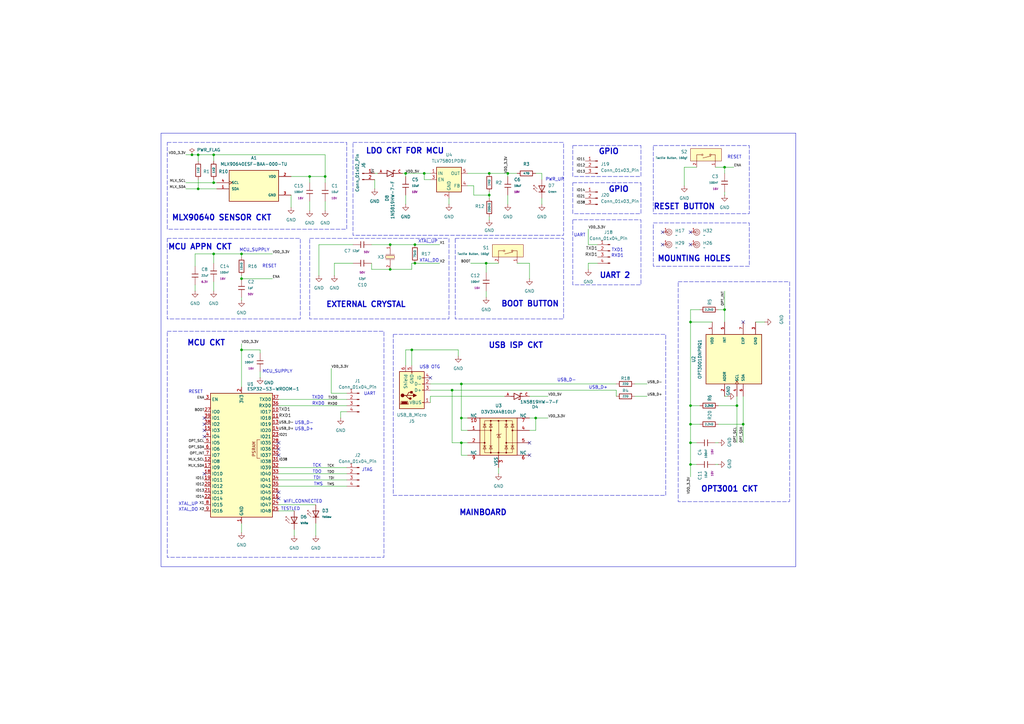
<source format=kicad_sch>
(kicad_sch (version 20231120) (generator "eeschema") (generator_version "8.0")
  (paper "A3")
  (title_block (title "Drishtikon ") (rev "v01") (comment 2 "creativecommons.org/licenses/by/4.0/") (comment 3 "License: CC by 4.0") (comment 4 "Author: "))
  (lib_symbols
    (symbol "1N5819HW-7-F:1N5819HW-7-F" (pin_names (offset 1.016))
      (property "Reference" "D" (at -5.08 2.54 0))
      (property "Value" "1N5819HW-7-F" (at -5.08 -3.81 0))
      (symbol "1N5819HW-7-F_0_0"
        (pin passive line (at -5.08 0 0) (length 2.54) (name "~") (number "A"))
        (pin passive line (at 5.08 0 180) (length 2.54) (name "~") (number "C"))
      )
    )
    (symbol "Connector:Conn_01x02_Pin" (pin_names (offset 1.016) hide)
      (property "Reference" "J" (at 0 2.54 0))
      (property "Value" "Conn_01x02_Pin" (at 0 -5.08 0))
      (symbol "Conn_01x02_Pin_1_1"
        (pin passive line (at 5.08 0 180) (length 3.81) (name "Pin_1") (number "1"))
        (pin passive line (at 5.08 -2.54 180) (length 3.81) (name "Pin_2") (number "2"))
      )
    )
    (symbol "Connector:Conn_01x03_Pin" (pin_names (offset 1.016) hide)
      (property "Reference" "J" (at 0 5.08 0))
      (property "Value" "Conn_01x03_Pin" (at 0 -5.08 0))
      (symbol "Conn_01x03_Pin_1_1"
        (pin passive line (at 5.08 2.54 180) (length 3.81) (name "Pin_1") (number "1"))
        (pin passive line (at 5.08 0 180) (length 3.81) (name "Pin_2") (number "2"))
        (pin passive line (at 5.08 -2.54 180) (length 3.81) (name "Pin_3") (number "3"))
      )
    )
    (symbol "Connector:Conn_01x04_Pin" (pin_names (offset 1.016) hide)
      (property "Reference" "J" (at 0 5.08 0))
      (property "Value" "Conn_01x04_Pin" (at 0 -7.62 0))
      (symbol "Conn_01x04_Pin_1_1"
        (pin passive line (at 5.08 2.54 180) (length 3.81) (name "Pin_1") (number "1"))
        (pin passive line (at 5.08 0 180) (length 3.81) (name "Pin_2") (number "2"))
        (pin passive line (at 5.08 -2.54 180) (length 3.81) (name "Pin_3") (number "3"))
        (pin passive line (at 5.08 -5.08 180) (length 3.81) (name "Pin_4") (number "4"))
      )
    )
    (symbol "Connector:USB_B_Micro" (pin_names (offset 1.016))
      (property "Reference" "J" (at -5.08 11.43 0))
      (property "Value" "USB_B_Micro" (at -5.08 8.89 0))
      (symbol "USB_B_Micro_1_1"
        (pin power_out line (at 7.62 5.08 180) (length 2.54) (name "VBUS") (number "1"))
        (pin bidirectional line (at 7.62 -2.54 180) (length 2.54) (name "D-") (number "2"))
        (pin bidirectional line (at 7.62 0 180) (length 2.54) (name "D+") (number "3"))
        (pin passive line (at 7.62 -5.08 180) (length 2.54) (name "ID") (number "4"))
        (pin power_out line (at 0 -10.16 90) (length 2.54) (name "GND") (number "5"))
        (pin passive line (at -2.54 -10.16 90) (length 2.54) (name "Shield") (number "6"))
      )
    )
    (symbol "MLX90640ESF-BAA-000-TU:MLX90640ESF-BAA-000-TU" (pin_names (offset 1.016))
      (property "Reference" "A" (at -10.16 6.35 0))
      (property "Value" "MLX90640ESF-BAA-000-TU" (at -10.16 -8.89 0))
      (symbol "MLX90640ESF-BAA-000-TU_0_0"
        (pin bidirectional line (at -15.24 -2.54 0) (length 5.08) (name "SDA") (number "1"))
        (pin power_in line (at 15.24 2.54 180) (length 5.08) (name "VDD") (number "2"))
        (pin power_in line (at 15.24 -5.08 180) (length 5.08) (name "GND") (number "3"))
        (pin input clock (at -15.24 0 0) (length 5.08) (name "SCL") (number "4"))
      )
    )
    (symbol "OPT3001DNPRQ1:OPT3001DNPRQ1" (pin_names (offset 1.016))
      (property "Reference" "U" (at -10.16 13.97 0))
      (property "Value" "OPT3001DNPRQ1" (at -10.16 -11.43 0))
      (symbol "OPT3001DNPRQ1_0_0"
        (pin power_in line (at 15.24 10.16 180) (length 5.08) (name "VDD") (number "1"))
        (pin input line (at -15.24 5.08 0) (length 5.08) (name "ADDR") (number "2"))
        (pin power_in line (at 15.24 -7.62 180) (length 5.08) (name "GND") (number "3"))
        (pin input clock (at -15.24 0 0) (length 5.08) (name "SCL") (number "4"))
        (pin output line (at 15.24 5.08 180) (length 5.08) (name "INT") (number "5"))
        (pin bidirectional line (at -15.24 -2.54 0) (length 5.08) (name "SDA") (number "6"))
        (pin passive line (at 15.24 -2.54 180) (length 5.08) (name "EXP") (number "7"))
      )
    )
    (symbol "PCM_JLCPCB-Capacitors:0402,100nF" (pin_numbers hide) (pin_names (offset 0))
      (property "Reference" "C" (at 2.032 1.668 0))
      (property "Value" "100nF" (at 2.032 -0.3782 0))
      (property "Voltage Rated" "16V" (at 2.032 -2.0462 0))
      (symbol "0402,100nF_1_1"
        (pin passive line (at 0 3.81 270) (length 3.175) (name "~") (number "1"))
        (pin passive line (at 0 -3.81 90) (length 3.175) (name "~") (number "2"))
      )
    )
    (symbol "PCM_JLCPCB-Capacitors:0402,12pF" (pin_numbers hide) (pin_names (offset 0))
      (property "Reference" "C" (at 2.032 1.668 0))
      (property "Value" "12pF" (at 2.032 -0.3782 0))
      (property "Voltage Rated" "50V" (at 2.032 -2.0462 0))
      (symbol "0402,12pF_1_1"
        (pin passive line (at 0 3.81 270) (length 3.175) (name "~") (number "1"))
        (pin passive line (at 0 -3.81 90) (length 3.175) (name "~") (number "2"))
      )
    )
    (symbol "PCM_JLCPCB-Capacitors:0402,1pF" (pin_numbers hide) (pin_names (offset 0))
      (property "Reference" "C" (at 2.032 1.668 0))
      (property "Value" "1pF" (at 2.032 -0.3782 0))
      (property "Voltage Rated" "50V" (at 2.032 -2.0462 0))
      (symbol "0402,1pF_1_1"
        (pin passive line (at 0 3.81 270) (length 3.175) (name "~") (number "1"))
        (pin passive line (at 0 -3.81 90) (length 3.175) (name "~") (number "2"))
      )
    )
    (symbol "PCM_JLCPCB-Capacitors:0603,10uF" (pin_numbers hide) (pin_names (offset 0))
      (property "Reference" "C" (at 2.032 1.668 0))
      (property "Value" "10uF" (at 2.032 -0.3782 0))
      (property "Voltage Rated" "10V" (at 2.032 -2.0462 0))
      (symbol "0603,10uF_1_1"
        (pin passive line (at 0 3.81 270) (length 3.175) (name "~") (number "1"))
        (pin passive line (at 0 -3.81 90) (length 3.175) (name "~") (number "2"))
      )
    )
    (symbol "PCM_JLCPCB-Capacitors:0603,22uF" (pin_numbers hide) (pin_names (offset 0))
      (property "Reference" "C" (at 2.032 1.668 0))
      (property "Value" "22uF" (at 2.032 -0.3782 0))
      (property "Voltage Rated" "6.3V" (at 2.032 -2.0462 0))
      (symbol "0603,22uF_1_1"
        (pin passive line (at 0 3.81 270) (length 3.175) (name "~") (number "1"))
        (pin passive line (at 0 -3.81 90) (length 3.175) (name "~") (number "2"))
      )
    )
    (symbol "PCM_JLCPCB-Connectors_Buttons:Tactile Button, 160gf, 12V, 50mA, 4.0mm" (pin_names hide)
      (property "Reference" "S" (at 0 1.27 0))
      (property "Value" "Tactile Button, 160gf" (at 0 -8.89 0))
      (symbol "Tactile Button, 160gf, 12V, 50mA, 4.0mm_0_1"
        (pin unspecified line (at -5.08 2.54 0) (length 2.54) (name "A") (number "1"))
        (pin unspecified line (at -5.08 -5.08 0) (length 2.54) (name "B") (number "2"))
      )
    )
    (symbol "PCM_JLCPCB-Crystals:Crystal, 32.768kHz, 13pF" (pin_names hide)
      (property "Reference" "X" (at 0 3.5 0))
      (symbol "Crystal, 32.768kHz, 13pF_0_1"
        (pin unspecified line (at -5.08 0 0) (length 2.54) (name "1") (number "1"))
        (pin unspecified line (at 5.08 0 180) (length 2.54) (name "2") (number "2"))
      )
    )
    (symbol "PCM_JLCPCB-Diodes:LED,0805,Green" (pin_numbers hide) (pin_names (offset 0))
      (property "Reference" "D" (at 2.032 0.834 0))
      (property "Value" "Green" (at 2.032 -1.2122 0))
      (symbol "LED,0805,Green_1_1"
        (pin passive line (at 0 -3.81 90) (length 3.81) (name "~") (number "1"))
        (pin passive line (at 0 3.81 270) (length 3.81) (name "~") (number "2"))
      )
    )
    (symbol "PCM_JLCPCB-Diodes:LED,0805,White" (pin_numbers hide) (pin_names (offset 0))
      (property "Reference" "D" (at 2.032 0.834 0))
      (property "Value" "White" (at 2.032 -1.2122 0))
      (symbol "LED,0805,White_1_1"
        (pin passive line (at 0 -3.81 90) (length 3.81) (name "~") (number "1"))
        (pin passive line (at 0 3.81 270) (length 3.81) (name "~") (number "2"))
      )
    )
    (symbol "PCM_JLCPCB-Diodes:LED,0805,Yellow" (pin_numbers hide) (pin_names (offset 0))
      (property "Reference" "D" (at 2.032 0.834 0))
      (property "Value" "Yellow" (at 2.032 -1.2122 0))
      (symbol "LED,0805,Yellow_1_1"
        (pin passive line (at 0 -3.81 90) (length 3.81) (name "~") (number "1"))
        (pin passive line (at 0 3.81 270) (length 3.81) (name "~") (number "2"))
      )
    )
    (symbol "PCM_JLCPCB-Manufacturing:Mounting Hole, 3mm, Via Stiched"
      (property "Reference" "H" (at 2.286 0 0))
      (symbol "Mounting Hole, 3mm, Via Stiched_1_1"
        (pin passive line (at -2.54 0 0) (length 2.54) (name "") (number "1"))
      )
    )
    (symbol "PCM_JLCPCB-Resistors:0402,10kΩ" (pin_numbers hide) (pin_names (offset 0))
      (property "Reference" "R" (at 1.778 0 0))
      (property "Value" "10kΩ" (at 0 0 90))
      (symbol "0402,10kΩ_1_1"
        (pin passive line (at 0 3.81 270) (length 1.27) (name "~") (number "1"))
        (pin passive line (at 0 -3.81 90) (length 1.27) (name "~") (number "2"))
      )
    )
    (symbol "PCM_JLCPCB-Resistors:0402,1MΩ" (pin_numbers hide) (pin_names (offset 0))
      (property "Reference" "R" (at 1.778 0 0))
      (property "Value" "1MΩ" (at 0 0 90))
      (symbol "0402,1MΩ_1_1"
        (pin passive line (at 0 3.81 270) (length 1.27) (name "~") (number "1"))
        (pin passive line (at 0 -3.81 90) (length 1.27) (name "~") (number "2"))
      )
    )
    (symbol "PCM_JLCPCB-Resistors:0402,1kΩ" (pin_numbers hide) (pin_names (offset 0))
      (property "Reference" "R" (at 1.778 0 0))
      (property "Value" "1kΩ" (at 0 0 90))
      (symbol "0402,1kΩ_1_1"
        (pin passive line (at 0 3.81 270) (length 1.27) (name "~") (number "1"))
        (pin passive line (at 0 -3.81 90) (length 1.27) (name "~") (number "2"))
      )
    )
    (symbol "PCM_JLCPCB-Resistors:0402,2.2kΩ" (pin_numbers hide) (pin_names (offset 0))
      (property "Reference" "R" (at 1.778 0 0))
      (property "Value" "2.2kΩ" (at 0 0 90))
      (symbol "0402,2.2kΩ_1_1"
        (pin passive line (at 0 3.81 270) (length 1.27) (name "~") (number "1"))
        (pin passive line (at 0 -3.81 90) (length 1.27) (name "~") (number "2"))
      )
    )
    (symbol "PCM_JLCPCB-Resistors:0402,200kΩ" (pin_numbers hide) (pin_names (offset 0))
      (property "Reference" "R" (at 1.778 0 0))
      (property "Value" "200kΩ" (at 0 0 90))
      (symbol "0402,200kΩ_1_1"
        (pin passive line (at 0 3.81 270) (length 1.27) (name "~") (number "1"))
        (pin passive line (at 0 -3.81 90) (length 1.27) (name "~") (number "2"))
      )
    )
    (symbol "PCM_JLCPCB-Resistors:0402,22Ω" (pin_numbers hide) (pin_names (offset 0))
      (property "Reference" "R" (at 1.778 0 0))
      (property "Value" "22Ω" (at 0 0 90))
      (symbol "0402,22Ω_1_1"
        (pin passive line (at 0 3.81 270) (length 1.27) (name "~") (number "1"))
        (pin passive line (at 0 -3.81 90) (length 1.27) (name "~") (number "2"))
      )
    )
    (symbol "PCM_JLCPCB-Resistors:0402,75kΩ" (pin_numbers hide) (pin_names (offset 0))
      (property "Reference" "R" (at 1.778 0 0))
      (property "Value" "75kΩ" (at 0 0 90))
      (symbol "0402,75kΩ_1_1"
        (pin passive line (at 0 3.81 270) (length 1.27) (name "~") (number "1"))
        (pin passive line (at 0 -3.81 90) (length 1.27) (name "~") (number "2"))
      )
    )
    (symbol "PCM_JLCPCB-Resistors:0603,47Ω" (pin_numbers hide) (pin_names (offset 0))
      (property "Reference" "R" (at 1.778 0 0))
      (property "Value" "47Ω" (at 0 0 90))
      (symbol "0603,47Ω_1_1"
        (pin passive line (at 0 3.81 270) (length 1.27) (name "~") (number "1"))
        (pin passive line (at 0 -3.81 90) (length 1.27) (name "~") (number "2"))
      )
    )
    (symbol "Power_Protection:D3V3XA4B10LP" (pin_names (offset 0))
      (property "Reference" "U" (at -0.635 8.89 0))
      (property "Value" "D3V3XA4B10LP" (at 8.89 -10.16 0))
      (symbol "D3V3XA4B10LP_1_1"
        (pin passive line (at -12.7 2.54 0) (length 5.08) (name "~") (number "1"))
        (pin free line (at -12.7 7.62 0) (length 5.08) (name "NC") (number "10"))
        (pin passive line (at -12.7 -2.54 0) (length 5.08) (name "~") (number "2"))
        (pin power_in line (at 0 -12.7 90) (length 5.08) (name "VSS") (number "3"))
        (pin passive line (at 12.7 2.54 180) (length 5.08) (name "~") (number "4"))
        (pin passive line (at 12.7 -2.54 180) (length 5.08) (name "~") (number "5"))
        (pin free line (at 12.7 -7.62 180) (length 5.08) (name "NC") (number "6"))
        (pin free line (at 12.7 7.62 180) (length 5.08) (name "NC") (number "7"))
        (pin passive line (at 0 -12.7 90) (length 5.08) hide (name "VSS") (number "8"))
        (pin free line (at -12.7 -7.62 0) (length 5.08) (name "NC") (number "9"))
      )
    )
    (symbol "RF_Module:ESP32-S3-WROOM-1"
      (property "Reference" "U" (at -12.7 26.67 0))
      (property "Value" "ESP32-S3-WROOM-1" (at 12.7 26.67 0))
      (symbol "ESP32-S3-WROOM-1_0_0"
        (text "PSRAM" (at 5.08 2.54 900) (effects (font (size 1.27 1.27))))
      )
      (symbol "ESP32-S3-WROOM-1_1_1"
        (pin power_in line (at 0 -27.94 90) (length 2.54) (name "GND") (number "1"))
        (pin bidirectional line (at 15.24 17.78 180) (length 2.54) (name "IO17") (number "10"))
        (pin bidirectional line (at 15.24 15.24 180) (length 2.54) (name "IO18") (number "11"))
        (pin bidirectional line (at -15.24 -2.54 0) (length 2.54) (name "IO8") (number "12"))
        (pin bidirectional line (at 15.24 12.7 180) (length 2.54) (name "IO19") (number "13"))
        (pin bidirectional line (at 15.24 10.16 180) (length 2.54) (name "IO20") (number "14"))
        (pin bidirectional line (at -15.24 10.16 0) (length 2.54) (name "IO3") (number "15"))
        (pin bidirectional line (at 15.24 -17.78 180) (length 2.54) (name "IO46") (number "16"))
        (pin bidirectional line (at -15.24 -5.08 0) (length 2.54) (name "IO9") (number "17"))
        (pin bidirectional line (at -15.24 -7.62 0) (length 2.54) (name "IO10") (number "18"))
        (pin bidirectional line (at -15.24 -10.16 0) (length 2.54) (name "IO11") (number "19"))
        (pin power_in line (at 0 27.94 270) (length 2.54) (name "3V3") (number "2"))
        (pin bidirectional line (at -15.24 -12.7 0) (length 2.54) (name "IO12") (number "20"))
        (pin bidirectional line (at -15.24 -15.24 0) (length 2.54) (name "IO13") (number "21"))
        (pin bidirectional line (at -15.24 -17.78 0) (length 2.54) (name "IO14") (number "22"))
        (pin bidirectional line (at 15.24 7.62 180) (length 2.54) (name "IO21") (number "23"))
        (pin bidirectional line (at 15.24 -20.32 180) (length 2.54) (name "IO47") (number "24"))
        (pin bidirectional line (at 15.24 -22.86 180) (length 2.54) (name "IO48") (number "25"))
        (pin bidirectional line (at 15.24 -15.24 180) (length 2.54) (name "IO45") (number "26"))
        (pin bidirectional line (at -15.24 17.78 0) (length 2.54) (name "IO0") (number "27"))
        (pin bidirectional line (at 15.24 5.08 180) (length 2.54) (name "IO35") (number "28"))
        (pin bidirectional line (at 15.24 2.54 180) (length 2.54) (name "IO36") (number "29"))
        (pin input line (at -15.24 22.86 0) (length 2.54) (name "EN") (number "3"))
        (pin bidirectional line (at 15.24 0 180) (length 2.54) (name "IO37") (number "30"))
        (pin bidirectional line (at 15.24 -2.54 180) (length 2.54) (name "IO38") (number "31"))
        (pin bidirectional line (at 15.24 -5.08 180) (length 2.54) (name "IO39") (number "32"))
        (pin bidirectional line (at 15.24 -7.62 180) (length 2.54) (name "IO40") (number "33"))
        (pin bidirectional line (at 15.24 -10.16 180) (length 2.54) (name "IO41") (number "34"))
        (pin bidirectional line (at 15.24 -12.7 180) (length 2.54) (name "IO42") (number "35"))
        (pin bidirectional line (at 15.24 20.32 180) (length 2.54) (name "RXD0") (number "36"))
        (pin bidirectional line (at 15.24 22.86 180) (length 2.54) (name "TXD0") (number "37"))
        (pin bidirectional line (at -15.24 12.7 0) (length 2.54) (name "IO2") (number "38"))
        (pin bidirectional line (at -15.24 15.24 0) (length 2.54) (name "IO1") (number "39"))
        (pin bidirectional line (at -15.24 7.62 0) (length 2.54) (name "IO4") (number "4"))
        (pin passive line (at 0 -27.94 90) (length 2.54) hide (name "GND") (number "40"))
        (pin passive line (at 0 -27.94 90) (length 2.54) hide (name "GND") (number "41"))
        (pin bidirectional line (at -15.24 5.08 0) (length 2.54) (name "IO5") (number "5"))
        (pin bidirectional line (at -15.24 2.54 0) (length 2.54) (name "IO6") (number "6"))
        (pin bidirectional line (at -15.24 0 0) (length 2.54) (name "IO7") (number "7"))
        (pin bidirectional line (at -15.24 -20.32 0) (length 2.54) (name "IO15") (number "8"))
        (pin bidirectional line (at -15.24 -22.86 0) (length 2.54) (name "IO16") (number "9"))
      )
    )
    (symbol "Regulator_Linear:TLV75801PDBV"
      (property "Reference" "U" (at -3.81 6.35 0))
      (property "Value" "TLV75801PDBV" (at 0 6.35 0))
      (symbol "TLV75801PDBV_1_1"
        (pin power_in line (at -7.62 2.54 0) (length 2.54) (name "IN") (number "1"))
        (pin power_in line (at 0 -7.62 90) (length 2.54) (name "GND") (number "2"))
        (pin input line (at -7.62 0 0) (length 2.54) (name "EN") (number "3"))
        (pin input line (at 7.62 -2.54 180) (length 2.54) (name "FB") (number "4"))
        (pin power_out line (at 7.62 2.54 180) (length 2.54) (name "OUT") (number "5"))
      )
    )
    (symbol "power:GND" (power) (pin_numbers hide) (pin_names (offset 0) hide)
      (property "Value" "GND" (at 0 -3.81 0))
      (symbol "GND_1_1"
        (pin power_in line (at 0 0 270) (length 0) (name "~") (number "1"))
      )
    )
    (symbol "power:PWR_FLAG" (power) (pin_numbers hide) (pin_names (offset 0) hide)
      (property "Value" "PWR_FLAG" (at 0 3.81 0))
      (symbol "PWR_FLAG_0_0"
        (pin power_out line (at 0 0 90) (length 0) (name "~") (number "1"))
      )
    )
  )
  (junction (at 283.21 166.37))
  (junction (at 81.28 77.47))
  (junction (at 200.66 80.01))
  (junction (at 297.18 127))
  (junction (at 304.8 173.99))
  (junction (at 283.21 190.5))
  (junction (at 166.37 71.12))
  (junction (at 127 72.39))
  (junction (at 208.28 71.12))
  (junction (at 160.02 110.49))
  (junction (at 185.42 160.02))
  (junction (at 78.74 63.5))
  (junction (at 133.35 72.39))
  (junction (at 219.71 171.45))
  (junction (at 99.06 143.51))
  (junction (at 87.63 63.5))
  (junction (at 297.18 68.58))
  (junction (at 160.02 100.33))
  (junction (at 283.21 181.61))
  (junction (at 173.99 71.12))
  (junction (at 189.23 181.61))
  (junction (at 99.06 114.3))
  (junction (at 199.39 107.95))
  (junction (at 200.66 71.12))
  (junction (at 170.18 100.33))
  (junction (at 168.91 143.51))
  (junction (at 99.06 104.14))
  (junction (at 189.23 171.45))
  (junction (at 189.23 157.48))
  (junction (at 87.63 74.93))
  (junction (at 81.28 63.5))
  (junction (at 283.21 132.08))
  (junction (at 283.21 173.99))
  (junction (at 302.26 166.37))
  (junction (at 170.18 107.95))
  (junction (at 87.63 104.14))
  (no_connect (at 114.3 201.93))
  (no_connect (at 114.3 184.15))
  (no_connect (at 83.82 173.99))
  (no_connect (at 176.53 154.94))
  (no_connect (at 83.82 179.07))
  (no_connect (at 283.21 95.25))
  (no_connect (at 83.82 171.45))
  (no_connect (at 304.8 132.08))
  (no_connect (at 114.3 186.69))
  (no_connect (at 83.82 176.53))
  (no_connect (at 217.17 186.69))
  (no_connect (at 271.78 100.33))
  (no_connect (at 114.3 181.61))
  (no_connect (at 271.78 95.25))
  (no_connect (at 217.17 181.61))
  (no_connect (at 114.3 204.47))
  (no_connect (at 83.82 194.31))
  (no_connect (at 283.21 100.33))
  (wire (pts (xy 80.01 116.84) (xy 80.01 119.38)))
  (wire (pts (xy 285.75 181.61) (xy 283.21 181.61)))
  (wire (pts (xy 219.71 171.45) (xy 217.17 171.45)))
  (wire (pts (xy 176.53 157.48) (xy 189.23 157.48)))
  (wire (pts (xy 130.81 100.33) (xy 130.81 113.03)))
  (wire (pts (xy 166.37 80.01) (xy 166.37 83.82)))
  (wire (pts (xy 81.28 63.5) (xy 78.74 63.5)))
  (wire (pts (xy 241.3 100.33) (xy 241.3 93.98)))
  (wire (pts (xy 87.63 73.66) (xy 87.63 74.93)))
  (wire (pts (xy 283.21 173.99) (xy 283.21 166.37)))
  (wire (pts (xy 144.78 100.33) (xy 130.81 100.33)))
  (wire (pts (xy 185.42 160.02) (xy 185.42 181.61)))
  (wire (pts (xy 99.06 143.51) (xy 99.06 158.75)))
  (wire (pts (xy 176.53 73.66) (xy 173.99 73.66)))
  (wire (pts (xy 176.53 160.02) (xy 185.42 160.02)))
  (wire (pts (xy 99.06 121.92) (xy 99.06 123.19)))
  (wire (pts (xy 241.3 107.95) (xy 241.3 110.49)))
  (wire (pts (xy 208.28 80.01) (xy 208.28 83.82)))
  (wire (pts (xy 166.37 149.86) (xy 166.37 143.51)))
  (wire (pts (xy 170.18 100.33) (xy 180.34 100.33)))
  (wire (pts (xy 297.18 71.12) (xy 297.18 68.58)))
  (wire (pts (xy 160.02 110.49) (xy 168.91 110.49)))
  (wire (pts (xy 152.4 110.49) (xy 152.4 107.95)))
  (wire (pts (xy 106.68 143.51) (xy 99.06 143.51)))
  (wire (pts (xy 99.06 214.63) (xy 99.06 218.44)))
  (wire (pts (xy 114.3 196.85) (xy 142.24 196.85)))
  (wire (pts (xy 144.78 107.95) (xy 137.16 107.95)))
  (wire (pts (xy 153.67 73.66) (xy 153.67 77.47)))
  (wire (pts (xy 184.15 81.28) (xy 184.15 83.82)))
  (wire (pts (xy 200.66 78.74) (xy 200.66 80.01)))
  (wire (pts (xy 127 82.55) (xy 127 86.36)))
  (wire (pts (xy 189.23 181.61) (xy 189.23 186.69)))
  (wire (pts (xy 297.18 127) (xy 297.18 119.38)))
  (wire (pts (xy 87.63 104.14) (xy 99.06 104.14)))
  (wire (pts (xy 208.28 71.12) (xy 208.28 72.39)))
  (wire (pts (xy 293.37 68.58) (xy 297.18 68.58)))
  (wire (pts (xy 283.21 190.5) (xy 283.21 181.61)))
  (wire (pts (xy 185.42 181.61) (xy 189.23 181.61)))
  (wire (pts (xy 283.21 195.58) (xy 283.21 190.5)))
  (wire (pts (xy 139.7 168.91) (xy 139.7 171.45)))
  (wire (pts (xy 168.91 110.49) (xy 168.91 107.95)))
  (wire (pts (xy 199.39 107.95) (xy 199.39 111.76)))
  (wire (pts (xy 129.54 214.63) (xy 129.54 219.71)))
  (wire (pts (xy 80.01 104.14) (xy 87.63 104.14)))
  (wire (pts (xy 189.23 157.48) (xy 252.73 157.48)))
  (wire (pts (xy 189.23 176.53) (xy 189.23 171.45)))
  (wire (pts (xy 114.3 163.83) (xy 142.24 163.83)))
  (wire (pts (xy 133.35 72.39) (xy 133.35 63.5)))
  (wire (pts (xy 87.63 115.57) (xy 87.63 119.38)))
  (wire (pts (xy 200.66 80.01) (xy 200.66 81.28)))
  (wire (pts (xy 219.71 71.12) (xy 222.25 71.12)))
  (wire (pts (xy 166.37 71.12) (xy 173.99 71.12)))
  (wire (pts (xy 287.02 166.37) (xy 283.21 166.37)))
  (wire (pts (xy 152.4 110.49) (xy 160.02 110.49)))
  (wire (pts (xy 260.35 162.56) (xy 265.43 162.56)))
  (wire (pts (xy 173.99 71.12) (xy 176.53 71.12)))
  (wire (pts (xy 219.71 171.45) (xy 224.79 171.45)))
  (wire (pts (xy 81.28 73.66) (xy 81.28 77.47)))
  (wire (pts (xy 200.66 71.12) (xy 208.28 71.12)))
  (wire (pts (xy 106.68 152.4) (xy 106.68 154.94)))
  (wire (pts (xy 302.26 181.61) (xy 302.26 166.37)))
  (wire (pts (xy 241.3 100.33) (xy 245.11 100.33)))
  (wire (pts (xy 191.77 181.61) (xy 189.23 181.61)))
  (wire (pts (xy 280.67 68.58) (xy 285.75 68.58)))
  (wire (pts (xy 293.37 181.61) (xy 294.64 181.61)))
  (wire (pts (xy 199.39 121.92) (xy 199.39 119.38)))
  (wire (pts (xy 87.63 66.04) (xy 87.63 63.5)))
  (wire (pts (xy 81.28 77.47) (xy 76.2 77.47)))
  (wire (pts (xy 302.26 166.37) (xy 302.26 162.56)))
  (wire (pts (xy 292.1 132.08) (xy 283.21 132.08)))
  (wire (pts (xy 212.09 107.95) (xy 217.17 107.95)))
  (wire (pts (xy 287.02 127) (xy 283.21 127)))
  (wire (pts (xy 88.9 77.47) (xy 81.28 77.47)))
  (wire (pts (xy 283.21 132.08) (xy 283.21 127)))
  (wire (pts (xy 309.88 132.08) (xy 313.69 132.08)))
  (wire (pts (xy 135.89 151.13) (xy 135.89 161.29)))
  (wire (pts (xy 280.67 68.58) (xy 280.67 76.2)))
  (wire (pts (xy 99.06 114.3) (xy 99.06 113.03)))
  (wire (pts (xy 137.16 107.95) (xy 137.16 113.03)))
  (wire (pts (xy 208.28 71.12) (xy 212.09 71.12)))
  (wire (pts (xy 185.42 160.02) (xy 252.73 160.02)))
  (wire (pts (xy 200.66 88.9) (xy 200.66 90.17)))
  (wire (pts (xy 165.1 71.12) (xy 166.37 71.12)))
  (wire (pts (xy 297.18 162.56) (xy 298.45 162.56)))
  (wire (pts (xy 176.53 162.56) (xy 207.01 162.56)))
  (wire (pts (xy 142.24 168.91) (xy 139.7 168.91)))
  (wire (pts (xy 217.17 176.53) (xy 219.71 176.53)))
  (wire (pts (xy 245.11 107.95) (xy 241.3 107.95)))
  (wire (pts (xy 114.3 194.31) (xy 142.24 194.31)))
  (wire (pts (xy 114.3 191.77) (xy 142.24 191.77)))
  (wire (pts (xy 283.21 181.61) (xy 283.21 173.99)))
  (wire (pts (xy 173.99 73.66) (xy 173.99 71.12)))
  (wire (pts (xy 80.01 109.22) (xy 80.01 104.14)))
  (wire (pts (xy 114.3 209.55) (xy 120.65 209.55)))
  (wire (pts (xy 160.02 100.33) (xy 170.18 100.33)))
  (wire (pts (xy 119.38 72.39) (xy 127 72.39)))
  (wire (pts (xy 142.24 161.29) (xy 135.89 161.29)))
  (wire (pts (xy 114.3 199.39) (xy 142.24 199.39)))
  (wire (pts (xy 120.65 217.17) (xy 120.65 219.71)))
  (wire (pts (xy 127 72.39) (xy 133.35 72.39)))
  (wire (pts (xy 283.21 166.37) (xy 283.21 132.08)))
  (wire (pts (xy 204.47 191.77) (xy 204.47 194.31)))
  (wire (pts (xy 293.37 190.5) (xy 294.64 190.5)))
  (wire (pts (xy 187.96 143.51) (xy 187.96 146.05)))
  (wire (pts (xy 106.68 144.78) (xy 106.68 143.51)))
  (wire (pts (xy 304.8 181.61) (xy 304.8 173.99)))
  (wire (pts (xy 114.3 166.37) (xy 142.24 166.37)))
  (wire (pts (xy 168.91 143.51) (xy 187.96 143.51)))
  (wire (pts (xy 189.23 171.45) (xy 191.77 171.45)))
  (wire (pts (xy 168.91 149.86) (xy 168.91 143.51)))
  (wire (pts (xy 168.91 107.95) (xy 170.18 107.95)))
  (wire (pts (xy 189.23 186.69) (xy 191.77 186.69)))
  (wire (pts (xy 99.06 140.97) (xy 99.06 143.51)))
  (wire (pts (xy 99.06 114.3) (xy 111.76 114.3)))
  (wire (pts (xy 294.64 173.99) (xy 304.8 173.99)))
  (wire (pts (xy 88.9 74.93) (xy 87.63 74.93)))
  (wire (pts (xy 219.71 176.53) (xy 219.71 171.45)))
  (wire (pts (xy 133.35 63.5) (xy 87.63 63.5)))
  (wire (pts (xy 191.77 176.53) (xy 189.23 176.53)))
  (wire (pts (xy 99.06 105.41) (xy 99.06 104.14)))
  (wire (pts (xy 287.02 173.99) (xy 283.21 173.99)))
  (wire (pts (xy 199.39 107.95) (xy 204.47 107.95)))
  (wire (pts (xy 133.35 82.55) (xy 133.35 86.36)))
  (wire (pts (xy 297.18 80.01) (xy 297.18 78.74)))
  (wire (pts (xy 297.18 68.58) (xy 300.99 68.58)))
  (wire (pts (xy 81.28 66.04) (xy 81.28 63.5)))
  (wire (pts (xy 222.25 73.66) (xy 222.25 71.12)))
  (wire (pts (xy 127 74.93) (xy 127 72.39)))
  (wire (pts (xy 114.3 207.01) (xy 129.54 207.01)))
  (wire (pts (xy 222.25 81.28) (xy 222.25 83.82)))
  (wire (pts (xy 87.63 74.93) (xy 76.2 74.93)))
  (wire (pts (xy 252.73 160.02) (xy 252.73 162.56)))
  (wire (pts (xy 260.35 157.48) (xy 265.43 157.48)))
  (wire (pts (xy 294.64 127) (xy 297.18 127)))
  (wire (pts (xy 153.67 71.12) (xy 154.94 71.12)))
  (wire (pts (xy 294.64 166.37) (xy 302.26 166.37)))
  (wire (pts (xy 304.8 173.99) (xy 304.8 162.56)))
  (wire (pts (xy 191.77 76.2) (xy 194.31 76.2)))
  (wire (pts (xy 119.38 85.09) (xy 119.38 80.01)))
  (wire (pts (xy 285.75 190.5) (xy 283.21 190.5)))
  (wire (pts (xy 87.63 63.5) (xy 81.28 63.5)))
  (wire (pts (xy 189.23 157.48) (xy 189.23 171.45)))
  (wire (pts (xy 217.17 107.95) (xy 217.17 114.3)))
  (wire (pts (xy 194.31 80.01) (xy 200.66 80.01)))
  (wire (pts (xy 170.18 107.95) (xy 180.34 107.95)))
  (wire (pts (xy 191.77 71.12) (xy 200.66 71.12)))
  (wire (pts (xy 78.74 63.5) (xy 76.2 63.5)))
  (wire (pts (xy 297.18 132.08) (xy 297.18 127)))
  (wire (pts (xy 217.17 162.56) (xy 224.79 162.56)))
  (wire (pts (xy 166.37 143.51) (xy 168.91 143.51)))
  (wire (pts (xy 176.53 165.1) (xy 176.53 162.56)))
  (wire (pts (xy 99.06 104.14) (xy 111.76 104.14)))
  (wire (pts (xy 199.39 107.95) (xy 193.04 107.95)))
  (wire (pts (xy 87.63 107.95) (xy 87.63 104.14)))
  (wire (pts (xy 194.31 76.2) (xy 194.31 80.01)))
  (wire (pts (xy 152.4 100.33) (xy 160.02 100.33)))
  (wire (pts (xy 166.37 71.12) (xy 166.37 72.39)))
  (wire (pts (xy 133.35 74.93) (xy 133.35 72.39)))
  (rectangle (start 66.04 54.61) (end 326.39 232.41))
  (rectangle (start 267.97 59.69) (end 307.34 87.63) (stroke (width 0) (type dash)))
  (rectangle (start 234.95 74.93) (end 262.89 87.63) (stroke (width 0) (type dash)))
  (rectangle (start 144.78 58.42) (end 231.14 96.52) (stroke (width 0) (type dash)))
  (rectangle (start 234.95 59.69) (end 262.89 72.39) (stroke (width 0) (type dash)))
  (rectangle (start 186.69 97.79) (end 231.14 130.81) (stroke (width 0) (type dash)))
  (rectangle (start 68.58 58.42) (end 142.24 93.98) (stroke (width 0) (type dash)))
  (rectangle (start 161.29 137.16) (end 273.05 203.2) (stroke (width 0) (type dash)))
  (rectangle (start 234.95 90.17) (end 262.89 116.84) (stroke (width 0) (type dash)))
  (rectangle (start 68.58 97.79) (end 123.19 130.81) (stroke (width 0) (type dash)))
  (rectangle (start 267.97 91.44) (end 307.34 109.22) (stroke (width 0) (type dash)))
  (rectangle (start 68.58 135.89) (end 157.48 228.6) (stroke (width 0) (type dash)))
  (rectangle (start 127 97.79) (end 184.15 130.81) (stroke (width 0) (type dash)))
  (rectangle (start 278.13 115.57) (end 323.85 205.74) (stroke (width 0) (type dash)))
  (text "OPT3001 CKT" (at 299.212 200.66 0) (effects (font (size 2.27 2.27) (thickness 0.454) (bold yes))))
  (text "LDO CKT FOR MCU" (at 166.116 61.976 0) (effects (font (size 2.27 2.27) (thickness 0.454) (bold yes))))
  (text "RXD0" (at 130.556 165.608 0) (effects (font (size 1.27 1.27))))
  (text "PWR_UP" (at 227.584 73.66 0) (effects (font (size 1.27 1.27))))
  (text "RESET" (at 301.244 64.516 0) (effects (font (size 1.27 1.27))))
  (text "MCU_SUPPLY" (at 113.792 152.4 0) (effects (font (size 1.27 1.27))))
  (text "MAINBOARD" (at 198.12 210.312 0) (effects (font (size 2.27 2.27) (thickness 0.454) (bold yes))))
  (text "XTAL_UP" (at 77.216 206.756 0) (effects (font (size 1.27 1.27))))
  (text "GPIO" (at 253.746 77.724 0) (effects (font (size 2.27 2.27) (thickness 0.454) (bold yes))))
  (text "BOOT BUTTON" (at 217.424 124.714 0) (effects (font (size 2.27 2.27) (thickness 0.454) (bold yes))))
  (text "TDO" (at 130.048 193.548 0) (effects (font (size 1.27 1.27))))
  (text "RESET" (at 110.49 109.22 0) (effects (font (size 1.27 1.27))))
  (text "USB_D-" (at 232.41 155.956 0) (effects (font (size 1.27 1.27))))
  (text "JTAG" (at 150.622 192.786 0) (effects (font (size 1.27 1.27))))
  (text "USB ISP CKT" (at 211.582 141.732 0) (effects (font (size 2.27 2.27) (thickness 0.454) (bold yes))))
  (text "TXD0" (at 130.302 163.068 0) (effects (font (size 1.27 1.27))))
  (text "UART" (at 237.744 96.52 0) (effects (font (size 1.27 1.27))))
  (text "RXD1" (at 253.238 104.902 0) (effects (font (size 1.27 1.27))))
  (text "MOUNTING HOLES" (at 284.734 106.172 0) (effects (font (size 2.27 2.27) (thickness 0.454) (bold yes))))
  (text "WIFI_CONNECTED" (at 124.206 205.74 0) (effects (font (size 1.27 1.27))))
  (text "TCK\n" (at 130.048 191.008 0) (effects (font (size 1.27 1.27))))
  (text "EXTERNAL CRYSTAL" (at 150.114 124.968 0) (effects (font (size 2.27 2.27) (thickness 0.454) (bold yes))))
  (text "MCU_SUPPLY" (at 104.394 102.616 0) (effects (font (size 1.27 1.27))))
  (text "XTAL_UP" (at 175.514 99.06 0) (effects (font (size 1.27 1.27))))
  (text "RESET" (at 80.264 160.782 0) (effects (font (size 1.27 1.27))))
  (text "TXD1" (at 253.238 102.616 0) (effects (font (size 1.27 1.27))))
  (text "UART" (at 151.638 161.544 0) (effects (font (size 1.27 1.27))))
  (text "TDI" (at 130.048 196.088 0) (effects (font (size 1.27 1.27))))
  (text "MCU CKT" (at 84.582 140.716 0) (effects (font (size 2.27 2.27) (thickness 0.454) (bold yes))))
  (text "RESET BUTTON" (at 280.67 84.836 0) (effects (font (size 2.27 2.27) (thickness 0.454) (bold yes))))
  (text "TESTLED" (at 119.126 208.788 0) (effects (font (size 1.27 1.27))))
  (text "GPIO" (at 249.682 62.23 0) (effects (font (size 2.27 2.27) (thickness 0.454) (bold yes))))
  (text "USB OTG" (at 176.276 150.622 0) (effects (font (size 1.27 1.27))))
  (text "UART 2" (at 252.222 113.03 0) (effects (font (size 2.27 2.27) (thickness 0.454) (bold yes))))
  (text "USB_D-" (at 124.714 173.482 0) (effects (font (size 1.27 1.27))))
  (text "XTAL_DO" (at 77.216 209.042 0) (effects (font (size 1.27 1.27))))
  (text "MCU APPN CKT" (at 82.042 101.346 0) (effects (font (size 2.27 2.27) (thickness 0.454) (bold yes))))
  (text "USB_D+" (at 245.364 159.004 0) (effects (font (size 1.27 1.27))))
  (text "TMS" (at 130.556 198.628 0) (effects (font (size 1.27 1.27))))
  (text "USB_D+" (at 124.714 176.022 0) (effects (font (size 1.27 1.27))))
  (text "MLX90640 SENSOR CKT" (at 90.932 89.408 0) (effects (font (size 2.27 2.27) (thickness 0.454) (bold yes))))
  (text "XTAL_DO" (at 176.022 106.934 0) (effects (font (size 1.27 1.27))))
  (label "RXD1" (at 245.11 105.41 180))
  (label "VDD_3.3V" (at 283.21 195.58 270) (effects (font (size 1 1))))
  (label "IO12" (at 83.82 199.39 180) (effects (font (size 1 1))))
  (label "VDD_5V" (at 224.79 162.56 0) (effects (font (size 1 1))))
  (label "OPT_SCL" (at 83.82 181.61 180) (effects (font (size 1 1))))
  (label "OPT_SDA" (at 304.8 181.61 90) (effects (font (size 1 1))))
  (label "IO13" (at 240.03 71.12 180) (effects (font (size 1 1))))
  (label "USB_D-" (at 265.43 157.48 0) (effects (font (size 1 1))))
  (label "VDD_3.3V" (at 241.3 93.98 0) (effects (font (size 1 1))))
  (label "IO14" (at 240.03 78.74 180) (effects (font (size 1 1))))
  (label "TMS" (at 137.16 199.39 180) (effects (font (size 1 1))))
  (label "ENA" (at 111.76 114.3 0) (effects (font (size 1 1))))
  (label "X1" (at 180.34 100.33 0) (effects (font (size 1 1))))
  (label "RXD0" (at 138.43 166.37 180) (effects (font (size 1 1))))
  (label "IO21" (at 240.03 81.28 180) (effects (font (size 1 1))))
  (label "VDD_3.3V" (at 224.79 171.45 0) (effects (font (size 1 1))))
  (label "VDD_3.3V" (at 208.28 71.12 90) (effects (font (size 1 1))))
  (label "VDD_3.3V" (at 111.76 104.14 0) (effects (font (size 1 1))))
  (label "IO12" (at 240.03 68.58 180) (effects (font (size 1 1))))
  (label "VDD_3.3V" (at 99.06 140.97 0) (effects (font (size 1 1))))
  (label "IO21" (at 114.3 179.07 0) (effects (font (size 1 1))))
  (label "VDD_5V" (at 166.37 71.12 0) (effects (font (size 1 1))))
  (label "ENA" (at 83.82 163.83 180) (effects (font (size 1 1))))
  (label "IO38" (at 240.03 83.82 180) (effects (font (size 1 1))))
  (label "USB_D+" (at 265.43 162.56 0) (effects (font (size 1 1))))
  (label "IO13" (at 83.82 201.93 180) (effects (font (size 1 1))))
  (label "IO14" (at 83.82 204.47 180) (effects (font (size 1 1))))
  (label "TCK" (at 137.16 191.77 180) (effects (font (size 1 1))))
  (label "OPT_INT" (at 297.18 119.38 270) (effects (font (size 1 1))))
  (label "BOOT" (at 193.04 107.95 180) (effects (font (size 1 1))))
  (label "USB_D-" (at 114.3 173.99 0) (effects (font (size 1 1))))
  (label "MLX_SCL" (at 83.82 189.23 180) (effects (font (size 1 1))))
  (label "TXD1" (at 245.11 102.87 180))
  (label "TDI" (at 137.16 196.85 180) (effects (font (size 1 1))))
  (label "USB_D+" (at 114.3 176.53 0) (effects (font (size 1 1))))
  (label "X2" (at 83.82 209.55 180) (effects (font (size 1 1))))
  (label "BOOT" (at 83.82 168.91 180) (effects (font (size 1 1))))
  (label "VDD_3.3V" (at 76.2 63.5 180) (effects (font (size 1 1))))
  (label "X1" (at 83.82 207.01 180) (effects (font (size 1 1))))
  (label "TXD1" (at 114.3 168.91 0))
  (label "VDD_3.3V" (at 135.89 151.13 0) (effects (font (size 1 1))))
  (label "ENA" (at 300.99 68.58 0) (effects (font (size 1 1))))
  (label "IO38" (at 114.3 189.23 0) (effects (font (size 1 1))))
  (label "OPT_SCL" (at 302.26 181.61 90) (effects (font (size 1 1))))
  (label "MLX_SCL" (at 76.2 74.93 180) (effects (font (size 1 1))))
  (label "IO11" (at 240.03 66.04 180) (effects (font (size 1 1))))
  (label "X2" (at 180.34 107.95 0) (effects (font (size 1 1))))
  (label "TXD0" (at 138.43 163.83 180) (effects (font (size 1 1))))
  (label "IO11" (at 83.82 196.85 180) (effects (font (size 1 1))))
  (label "5V" (at 153.67 71.12 90) (effects (font (size 1 1))))
  (label "OPT_INT" (at 83.82 186.69 180) (effects (font (size 1 1))))
  (label "RXD1" (at 114.3 171.45 0))
  (label "MLX_SDA" (at 76.2 77.47 180) (effects (font (size 1 1))))
  (label "OPT_SDA" (at 83.82 184.15 180) (effects (font (size 1 1))))
  (label "MLX_SDA" (at 83.82 191.77 180) (effects (font (size 1 1))))
  (label "TDO" (at 137.16 194.31 180) (effects (font (size 1 1))))
  (symbol (lib_id "Regulator_Linear:TLV75801PDBV") (at 184.15 73.66 0) (unit 1)
    (property "Reference" "U4" (at 184.15 63.5 0))
    (property "Value" "TLV75801PDBV" (at 184.15 66.04 0))
    (property "Footprint" "Package_TO_SOT_SMD:SOT-23-5" (effects (hide yes)))
    (property "Datasheet" "https://www.ti.com/lit/ds/symlink/tlv758p.pdf" (effects (hide yes)))
    (property "Description" "500mA Low-Dropout Linear Regulator, Adjustable Output, SOT-23-5" (effects (hide yes)))
  )
  (symbol (lib_id "power:GND") (at 294.64 190.5 90) (unit 1)
    (property "Reference" "#PWR07" (effects (hide yes)))
    (property "Value" "GND" (at 299.212 190.246 0))
    (property "Description" "Power symbol creates a global label with name \"GND\" , ground" (effects (hide yes)))
  )
  (symbol (lib_id "PCM_JLCPCB-Capacitors:0402,100nF") (at 87.63 111.76 0) (unit 1)
    (property "Reference" "C14" (at 90.17 109.2199 0) (effects (justify left)))
    (property "Value" "100nF" (at 90.17 111.76 0) (effects (font (size 0.8 0.8)) (justify left)))
    (property "Footprint" "PCM_JLCPCB:C_0402" (effects (hide yes)))
    (property "Datasheet" "https://www.lcsc.com/datasheet/lcsc_datasheet_2304140030_Samsung-Electro-Mechanics-CL05B104KO5NNNC_C1525.pdf" (effects (hide yes)))
    (property "Description" "16V 100nF X7R ±10% 0402 Multilayer Ceramic Capacitors MLCC - SMD/SMT ROHS" (effects (hide yes)))
    (property "LCSC" "C1525" (effects (hide yes)))
    (property "Stock" "20208285" (effects (hide yes)))
    (property "Price" "0.004USD" (effects (hide yes)))
    (property "Process" "SMT" (effects (hide yes)))
    (property "Minimum Qty" "20" (effects (hide yes)))
    (property "Attrition Qty" "10" (effects (hide yes)))
    (property "Class" "Basic Component" (effects (hide yes)))
    (property "Category" "Capacitors,Multilayer Ceramic Capacitors MLCC - SMD/SMT" (effects (hide yes)))
    (property "Manufacturer" "Samsung Electro-Mechanics" (effects (hide yes)))
    (property "Part" "CL05B104KO5NNNC" (effects (hide yes)))
    (property "Voltage Rated" "16V" (at 90.17 114.3 0) (effects (font (size 0.8 0.8)) (justify left)))
    (property "Tolerance" "±10%" (effects (hide yes)))
    (property "Capacitance" "100nF" (effects (hide yes)))
    (property "Temperature Coefficient" "X7R" (effects (hide yes)))
  )
  (symbol (lib_id "power:GND") (at 313.69 132.08 90) (unit 1)
    (property "Reference" "#PWR04" (effects (hide yes)))
    (property "Value" "GND" (at 320.548 131.064 0))
    (property "Description" "Power symbol creates a global label with name \"GND\" , ground" (effects (hide yes)))
  )
  (symbol (lib_id "PCM_JLCPCB-Diodes:LED,0805,Green") (at 222.25 77.47 0) (unit 1)
    (property "Reference" "D7" (at 224.79 76.1046 0) (effects (justify left)))
    (property "Value" "Green" (at 224.79 78.6447 0) (effects (font (size 0.8 0.8)) (justify left)))
    (property "Footprint" "PCM_JLCPCB:D_0805" (effects (hide yes)))
    (property "Datasheet" "https://www.lcsc.com/datasheet/lcsc_datasheet_1806151820_Hubei-KENTO-Elec-KT-0805G_C2297.pdf" (effects (hide yes)))
    (property "Description" "Emerald 0805 LED Indication - Discrete ROHS" (effects (hide yes)))
    (property "LCSC" "C2297" (effects (hide yes)))
    (property "Stock" "2062782" (effects (hide yes)))
    (property "Price" "0.014USD" (effects (hide yes)))
    (property "Process" "SMT" (effects (hide yes)))
    (property "Minimum Qty" "20" (effects (hide yes)))
    (property "Attrition Qty" "10" (effects (hide yes)))
    (property "Class" "Basic Component" (effects (hide yes)))
    (property "Category" "Optoelectronics,Light Emitting Diodes (LED)" (effects (hide yes)))
    (property "Manufacturer" "Hubei KENTO Elec" (effects (hide yes)))
    (property "Part" "KT-0805G" (effects (hide yes)))
    (property "Emitted Color" "Emerald" (effects (hide yes)))
  )
  (symbol (lib_id "power:GND") (at 99.06 218.44 0) (unit 1)
    (property "Reference" "#PWR08" (effects (hide yes)))
    (property "Value" "GND" (at 99.06 223.52 0))
    (property "Description" "Power symbol creates a global label with name \"GND\" , ground" (effects (hide yes)))
  )
  (symbol (lib_id "PCM_JLCPCB-Resistors:0402,2.2kΩ") (at 290.83 127 90) (unit 1)
    (property "Reference" "R5" (at 291.084 125.222 0) (effects (justify left)))
    (property "Value" "2.2kΩ" (at 290.83 127 90) (effects (font (size 0.8 0.8))))
    (property "Footprint" "PCM_JLCPCB:R_0402" (effects (hide yes)))
    (property "Datasheet" "https://www.lcsc.com/datasheet/lcsc_datasheet_2206010045_UNI-ROYAL-Uniroyal-Elec-0402WGF2201TCE_C25879.pdf" (effects (hide yes)))
    (property "Description" "62.5mW Thick Film Resistors 50V ±100ppm/°C ±1% 2.2kΩ 0402 Chip Resistor - Surface Mount ROHS" (effects (hide yes)))
    (property "LCSC" "C25879" (effects (hide yes)))
    (property "Stock" "1767502" (effects (hide yes)))
    (property "Price" "0.004USD" (effects (hide yes)))
    (property "Process" "SMT" (effects (hide yes)))
    (property "Minimum Qty" "20" (effects (hide yes)))
    (property "Attrition Qty" "10" (effects (hide yes)))
    (property "Class" "Basic Component" (effects (hide yes)))
    (property "Category" "Resistors,Chip Resistor - Surface Mount" (effects (hide yes)))
    (property "Manufacturer" "UNI-ROYAL(Uniroyal Elec)" (effects (hide yes)))
    (property "Part" "0402WGF2201TCE" (effects (hide yes)))
    (property "Resistance" "2.2kΩ" (effects (hide yes)))
    (property "Power(Watts)" "62.5mW" (effects (hide yes)))
    (property "Type" "Thick Film Resistors" (effects (hide yes)))
    (property "Overload Voltage (Max)" "50V" (effects (hide yes)))
    (property "Operating Temperature Range" "-55°C~+155°C" (effects (hide yes)))
    (property "Tolerance" "±1%" (effects (hide yes)))
    (property "Temperature Coefficient" "±100ppm/°C" (effects (hide yes)))
  )
  (symbol (lib_id "PCM_JLCPCB-Resistors:0402,1kΩ") (at 87.63 69.85 0) (unit 1)
    (property "Reference" "R10" (at 89.662 70.358 0) (effects (justify left)))
    (property "Value" "1kΩ" (at 87.63 69.85 90) (effects (font (size 0.8 0.8))))
    (property "Footprint" "PCM_JLCPCB:R_0402" (effects (hide yes)))
    (property "Datasheet" "https://www.lcsc.com/datasheet/lcsc_datasheet_2206010216_UNI-ROYAL-Uniroyal-Elec-0402WGF1001TCE_C11702.pdf" (effects (hide yes)))
    (property "Description" "62.5mW Thick Film Resistors 50V ±100ppm/°C ±1% 1kΩ 0402 Chip Resistor - Surface Mount ROHS" (effects (hide yes)))
    (property "LCSC" "C11702" (effects (hide yes)))
    (property "Stock" "13226393" (effects (hide yes)))
    (property "Price" "0.004USD" (effects (hide yes)))
    (property "Process" "SMT" (effects (hide yes)))
    (property "Minimum Qty" "20" (effects (hide yes)))
    (property "Attrition Qty" "10" (effects (hide yes)))
    (property "Class" "Basic Component" (effects (hide yes)))
    (property "Category" "Resistors,Chip Resistor - Surface Mount" (effects (hide yes)))
    (property "Manufacturer" "UNI-ROYAL(Uniroyal Elec)" (effects (hide yes)))
    (property "Part" "0402WGF1001TCE" (effects (hide yes)))
    (property "Resistance" "1kΩ" (effects (hide yes)))
    (property "Power(Watts)" "62.5mW" (effects (hide yes)))
    (property "Type" "Thick Film Resistors" (effects (hide yes)))
    (property "Overload Voltage (Max)" "50V" (effects (hide yes)))
    (property "Operating Temperature Range" "-55°C~+155°C" (effects (hide yes)))
    (property "Tolerance" "±1%" (effects (hide yes)))
    (property "Temperature Coefficient" "±100ppm/°C" (effects (hide yes)))
  )
  (symbol (lib_id "Power_Protection:D3V3XA4B10LP") (at 204.47 179.07 0) (unit 1)
    (property "Reference" "U3" (at 204.47 166.37 0))
    (property "Value" "D3V3XA4B10LP" (at 204.47 168.91 0))
    (property "Footprint" "Package_DFN_QFN:Diodes_UDFN-10_1.0x2.5mm_P0.5mm" (effects (hide yes)))
    (property "Datasheet" "https://www.diodes.com/assets/Datasheets/D3V3XA4B10LP.pdf" (effects (hide yes)))
    (property "Description" "4-Channel Low Capacitance TVS Diode Array, DFN-10" (effects (hide yes)))
  )
  (symbol (lib_id "PCM_JLCPCB-Connectors_Buttons:Tactile Button, 160gf, 12V, 50mA, 4.0mm") (at 290.83 63.5 270) (mirror x) (unit 1)
    (property "Reference" "S2" (at 281.94 62.2299 90) (effects (justify right)))
    (property "Value" "Tactile Button, 160gf" (at 281.94 64.77 90) (effects (font (size 0.8 0.8)) (justify right)))
    (property "Footprint" "PCM_JLCPCB:SW_TS-1088-AR02016" (effects (hide yes)))
    (property "Datasheet" "https://www.lcsc.com/datasheet/lcsc_datasheet_2304140030_XUNPU-TS-1088-AR02016_C720477.pdf" (effects (hide yes)))
    (property "Description" "Without 50mA 4mm 100MΩ 100000 Times 12V 160gf 3mm 2mm Round Button Standing paste SPST SMD Tactile Switches ROHS" (effects (hide yes)))
    (property "LCSC" "C720477" (effects (hide yes)))
    (property "Stock" "346801" (effects (hide yes)))
    (property "Price" "0.044USD" (effects (hide yes)))
    (property "Process" "SMT" (effects (hide yes)))
    (property "Minimum Qty" "5" (effects (hide yes)))
    (property "Attrition Qty" "4" (effects (hide yes)))
    (property "Class" "Basic Component" (effects (hide yes)))
    (property "Category" "Switches,Tactile Switches" (effects (hide yes)))
    (property "Manufacturer" "XUNPU" (effects (hide yes)))
    (property "Part" "TS-1088-AR02016" (effects (hide yes)))
    (property "Switch Length" "4mm" (effects (hide yes)))
    (property "Voltage Rating (Dc)" "12V" (effects (hide yes)))
    (property "With Lamp" "No" (effects (hide yes)))
    (property "Operating Force" "160gf@±50gf" (effects (hide yes)))
    (property "Actuator/Cap Color" "Black" (effects (hide yes)))
    (property "Mechanical Life" "100000 Times" (effects (hide yes)))
    (property "Strike Gundam" "NO" (effects (hide yes)))
    (property "Circuit" "SPST" (effects (hide yes)))
    (property "Switch Height" "2mm" (effects (hide yes)))
    (property "Actuator Style" "Round Button" (effects (hide yes)))
    (property "Switch Width" "3mm" (effects (hide yes)))
    (property "Contact Current" "50mA" (effects (hide yes)))
    (property "Operating Temperature" "-30°C~+80°C" (effects (hide yes)))
    (property "Mounting Style" "Brick nogging" (effects (hide yes)))
    (property "Insulation Resistance" "100MΩ" (effects (hide yes)))
    (property "Pin Style" "SMDSplicing" (effects (hide yes)))
  )
  (symbol (lib_id "power:GND") (at 241.3 110.49 0) (unit 1)
    (property "Reference" "#PWR011" (effects (hide yes)))
    (property "Value" "GND" (at 241.3 115.57 0))
    (property "Description" "Power symbol creates a global label with name \"GND\" , ground" (effects (hide yes)))
  )
  (symbol (lib_id "Connector:Conn_01x03_Pin") (at 245.11 68.58 0) (mirror y) (unit 1)
    (property "Reference" "J19" (at 246.38 67.3099 0) (effects (justify right)))
    (property "Value" "Conn_01x03_Pin" (at 246.38 69.8499 0) (effects (justify right)))
    (property "Footprint" "Connector_PinHeader_2.54mm:PinHeader_1x03_P2.54mm_Horizontal" (effects (hide yes)))
    (property "Description" "Generic connector, single row, 01x03, script generated" (effects (hide yes)))
  )
  (symbol (lib_id "power:GND") (at 87.63 119.38 0) (mirror y) (unit 1)
    (property "Reference" "#PWR014" (effects (hide yes)))
    (property "Value" "GND" (at 87.63 124.46 0))
    (property "Description" "Power symbol creates a global label with name \"GND\" , ground" (effects (hide yes)))
  )
  (symbol (lib_id "power:GND") (at 133.35 86.36 0) (mirror y) (unit 1)
    (property "Reference" "#PWR02" (effects (hide yes)))
    (property "Value" "GND" (at 133.35 91.44 0))
    (property "Description" "Power symbol creates a global label with name \"GND\" , ground" (effects (hide yes)))
  )
  (symbol (lib_id "PCM_JLCPCB-Capacitors:0402,12pF") (at 148.59 100.33 90) (unit 1)
    (property "Reference" "C7" (at 142.494 102.87 90))
    (property "Value" "12pF" (at 146.05 102.87 90) (effects (font (size 0.8 0.8))))
    (property "Footprint" "PCM_JLCPCB:C_0402" (effects (hide yes)))
    (property "Datasheet" "https://www.lcsc.com/datasheet/lcsc_datasheet_2304140030_FH--Guangdong-Fenghua-Advanced-Tech-0402CG120J500NT_C1547.pdf" (effects (hide yes)))
    (property "Description" "50V 12pF C0G ±5% 0402 Multilayer Ceramic Capacitors MLCC - SMD/SMT ROHS" (effects (hide yes)))
    (property "LCSC" "C1547" (effects (hide yes)))
    (property "Stock" "2360965" (effects (hide yes)))
    (property "Price" "0.004USD" (effects (hide yes)))
    (property "Process" "SMT" (effects (hide yes)))
    (property "Minimum Qty" "20" (effects (hide yes)))
    (property "Attrition Qty" "10" (effects (hide yes)))
    (property "Class" "Basic Component" (effects (hide yes)))
    (property "Category" "Capacitors,Multilayer Ceramic Capacitors MLCC - SMD/SMT" (effects (hide yes)))
    (property "Manufacturer" "FH(Guangdong Fenghua Advanced Tech)" (effects (hide yes)))
    (property "Part" "0402CG120J500NT" (effects (hide yes)))
    (property "Voltage Rated" "50V" (at 150.368 103.378 90) (effects (font (size 0.8 0.8))))
    (property "Tolerance" "±5%" (effects (hide yes)))
    (property "Capacitance" "12pF" (effects (hide yes)))
    (property "Temperature Coefficient" "C0G" (effects (hide yes)))
  )
  (symbol (lib_id "PCM_JLCPCB-Capacitors:0402,100nF") (at 297.18 74.93 0) (mirror y) (unit 1)
    (property "Reference" "C3" (at 294.64 72.3899 0) (effects (justify left)))
    (property "Value" "100nF" (at 294.64 74.93 0) (effects (font (size 0.8 0.8)) (justify left)))
    (property "Footprint" "PCM_JLCPCB:C_0402" (effects (hide yes)))
    (property "Datasheet" "https://www.lcsc.com/datasheet/lcsc_datasheet_2304140030_Samsung-Electro-Mechanics-CL05B104KO5NNNC_C1525.pdf" (effects (hide yes)))
    (property "Description" "16V 100nF X7R ±10% 0402 Multilayer Ceramic Capacitors MLCC - SMD/SMT ROHS" (effects (hide yes)))
    (property "LCSC" "C1525" (effects (hide yes)))
    (property "Stock" "20208285" (effects (hide yes)))
    (property "Price" "0.004USD" (effects (hide yes)))
    (property "Process" "SMT" (effects (hide yes)))
    (property "Minimum Qty" "20" (effects (hide yes)))
    (property "Attrition Qty" "10" (effects (hide yes)))
    (property "Class" "Basic Component" (effects (hide yes)))
    (property "Category" "Capacitors,Multilayer Ceramic Capacitors MLCC - SMD/SMT" (effects (hide yes)))
    (property "Manufacturer" "Samsung Electro-Mechanics" (effects (hide yes)))
    (property "Part" "CL05B104KO5NNNC" (effects (hide yes)))
    (property "Voltage Rated" "16V" (at 294.64 77.47 0) (effects (font (size 0.8 0.8)) (justify left)))
    (property "Tolerance" "±10%" (effects (hide yes)))
    (property "Capacitance" "100nF" (effects (hide yes)))
    (property "Temperature Coefficient" "X7R" (effects (hide yes)))
  )
  (symbol (lib_id "PCM_JLCPCB-Capacitors:0603,10uF") (at 208.28 76.2 0) (unit 1)
    (property "Reference" "C6" (at 210.82 73.6599 0) (effects (justify left)))
    (property "Value" "10uF" (at 210.82 76.2 0) (effects (font (size 0.8 0.8)) (justify left)))
    (property "Footprint" "PCM_JLCPCB:C_0603" (effects (hide yes)))
    (property "Datasheet" "https://www.lcsc.com/datasheet/lcsc_datasheet_2304140030_Samsung-Electro-Mechanics-CL10A106KP8NNNC_C19702.pdf" (effects (hide yes)))
    (property "Description" "10V 10uF X5R ±10% 0603 Multilayer Ceramic Capacitors MLCC - SMD/SMT ROHS" (effects (hide yes)))
    (property "LCSC" "C19702" (effects (hide yes)))
    (property "Stock" "9881407" (effects (hide yes)))
    (property "Price" "0.009USD" (effects (hide yes)))
    (property "Process" "SMT" (effects (hide yes)))
    (property "Minimum Qty" "20" (effects (hide yes)))
    (property "Attrition Qty" "10" (effects (hide yes)))
    (property "Class" "Basic Component" (effects (hide yes)))
    (property "Category" "Capacitors,Multilayer Ceramic Capacitors MLCC - SMD/SMT" (effects (hide yes)))
    (property "Manufacturer" "Samsung Electro-Mechanics" (effects (hide yes)))
    (property "Part" "CL10A106KP8NNNC" (effects (hide yes)))
    (property "Voltage Rated" "10V" (at 210.82 78.74 0) (effects (font (size 0.8 0.8)) (justify left)))
    (property "Tolerance" "±10%" (effects (hide yes)))
    (property "Capacitance" "10uF" (effects (hide yes)))
    (property "Temperature Coefficient" "X5R" (effects (hide yes)))
  )
  (symbol (lib_id "PCM_JLCPCB-Capacitors:0402,1pF") (at 99.06 118.11 180) (unit 1)
    (property "Reference" "C2" (at 101.6 115.5699 0) (effects (justify right)))
    (property "Value" "1pF" (at 101.6 118.11 0) (effects (font (size 0.8 0.8)) (justify right)))
    (property "Footprint" "PCM_JLCPCB:C_0402" (effects (hide yes)))
    (property "Datasheet" "https://www.lcsc.com/datasheet/lcsc_datasheet_2304140030_FH--Guangdong-Fenghua-Advanced-Tech-0402CG1R0C500NT_C1550.pdf" (effects (hide yes)))
    (property "Description" "50V 1pF C0G 0402 Multilayer Ceramic Capacitors MLCC - SMD/SMT ROHS" (effects (hide yes)))
    (property "LCSC" "C1550" (effects (hide yes)))
    (property "Stock" "531558" (effects (hide yes)))
    (property "Price" "0.004USD" (effects (hide yes)))
    (property "Process" "SMT" (effects (hide yes)))
    (property "Minimum Qty" "20" (effects (hide yes)))
    (property "Attrition Qty" "10" (effects (hide yes)))
    (property "Class" "Preferred Component" (effects (hide yes)))
    (property "Category" "Capacitors,Multilayer Ceramic Capacitors MLCC - SMD/SMT" (effects (hide yes)))
    (property "Manufacturer" "FH(Guangdong Fenghua Advanced Tech)" (effects (hide yes)))
    (property "Part" "0402CG1R0C500NT" (effects (hide yes)))
    (property "Voltage Rated" "50V" (at 101.6 120.65 0) (effects (font (size 0.8 0.8)) (justify right)))
    (property "Capacitance" "1pF" (effects (hide yes)))
    (property "Temperature Coefficient" "C0G" (effects (hide yes)))
  )
  (symbol (lib_id "power:GND") (at 129.54 219.71 0) (unit 1)
    (property "Reference" "#PWR012" (effects (hide yes)))
    (property "Value" "GND" (at 129.54 224.79 0))
    (property "Description" "Power symbol creates a global label with name \"GND\" , ground" (effects (hide yes)))
  )
  (symbol (lib_id "PCM_JLCPCB-Resistors:0402,1kΩ") (at 81.28 69.85 0) (unit 1)
    (property "Reference" "R1" (at 83.312 70.358 0) (effects (justify left)))
    (property "Value" "1kΩ" (at 81.28 69.85 90) (effects (font (size 0.8 0.8))))
    (property "Footprint" "PCM_JLCPCB:R_0402" (effects (hide yes)))
    (property "Datasheet" "https://www.lcsc.com/datasheet/lcsc_datasheet_2206010216_UNI-ROYAL-Uniroyal-Elec-0402WGF1001TCE_C11702.pdf" (effects (hide yes)))
    (property "Description" "62.5mW Thick Film Resistors 50V ±100ppm/°C ±1% 1kΩ 0402 Chip Resistor - Surface Mount ROHS" (effects (hide yes)))
    (property "LCSC" "C11702" (effects (hide yes)))
    (property "Stock" "13226393" (effects (hide yes)))
    (property "Price" "0.004USD" (effects (hide yes)))
    (property "Process" "SMT" (effects (hide yes)))
    (property "Minimum Qty" "20" (effects (hide yes)))
    (property "Attrition Qty" "10" (effects (hide yes)))
    (property "Class" "Basic Component" (effects (hide yes)))
    (property "Category" "Resistors,Chip Resistor - Surface Mount" (effects (hide yes)))
    (property "Manufacturer" "UNI-ROYAL(Uniroyal Elec)" (effects (hide yes)))
    (property "Part" "0402WGF1001TCE" (effects (hide yes)))
    (property "Resistance" "1kΩ" (effects (hide yes)))
    (property "Power(Watts)" "62.5mW" (effects (hide yes)))
    (property "Type" "Thick Film Resistors" (effects (hide yes)))
    (property "Overload Voltage (Max)" "50V" (effects (hide yes)))
    (property "Operating Temperature Range" "-55°C~+155°C" (effects (hide yes)))
    (property "Tolerance" "±1%" (effects (hide yes)))
    (property "Temperature Coefficient" "±100ppm/°C" (effects (hide yes)))
  )
  (symbol (lib_id "Connector:USB_B_Micro") (at 168.91 160.02 0) (mirror x) (unit 1)
    (property "Reference" "J5" (at 168.91 172.72 0))
    (property "Value" "USB_B_Micro" (at 168.91 170.18 0))
    (property "Footprint" "Connector_USB:USB_Micro-B_Molex_47346-0001" (effects (hide yes)))
    (property "Datasheet" "https://www.lcsc.com/datasheet/C2939569.pdf" (effects (hide yes)))
    (property "Description" "USB Micro Type B connector" (effects (hide yes)))
  )
  (symbol (lib_id "PCM_JLCPCB-Diodes:LED,0805,White") (at 120.65 213.36 0) (unit 1)
    (property "Reference" "D6" (at 123.19 211.9946 0) (effects (justify left)))
    (property "Value" "White" (at 123.19 214.5347 0) (effects (font (size 0.8 0.8)) (justify left)))
    (property "Footprint" "PCM_JLCPCB:D_0805" (effects (hide yes)))
    (property "Datasheet" "https://www.lcsc.com/datasheet/lcsc_datasheet_2305091500_Hubei-KENTO-Elec-KT-0805W_C34499.pdf" (effects (hide yes)))
    (property "Description" "0805 LED Indication - Discrete ROHS" (effects (hide yes)))
    (property "LCSC" "C34499" (effects (hide yes)))
    (property "Stock" "505726" (effects (hide yes)))
    (property "Price" "0.020USD" (effects (hide yes)))
    (property "Process" "SMT" (effects (hide yes)))
    (property "Minimum Qty" "20" (effects (hide yes)))
    (property "Attrition Qty" "8" (effects (hide yes)))
    (property "Class" "Basic Component" (effects (hide yes)))
    (property "Category" "Optocouplers & LEDs & Infrared,Light Emitting Diodes (LED)" (effects (hide yes)))
    (property "Manufacturer" "Hubei KENTO Elec" (effects (hide yes)))
    (property "Part" "KT-0805W" (effects (hide yes)))
  )
  (symbol (lib_id "PCM_JLCPCB-Capacitors:0603,10uF") (at 133.35 78.74 0) (unit 1)
    (property "Reference" "C1" (at 135.89 76.1999 0) (effects (justify left)))
    (property "Value" "10uF" (at 135.89 78.74 0) (effects (font (size 0.8 0.8)) (justify left)))
    (property "Footprint" "PCM_JLCPCB:C_0603" (effects (hide yes)))
    (property "Datasheet" "https://www.lcsc.com/datasheet/lcsc_datasheet_2304140030_Samsung-Electro-Mechanics-CL10A106KP8NNNC_C19702.pdf" (effects (hide yes)))
    (property "Description" "10V 10uF X5R ±10% 0603 Multilayer Ceramic Capacitors MLCC - SMD/SMT ROHS" (effects (hide yes)))
    (property "LCSC" "C19702" (effects (hide yes)))
    (property "Stock" "9881407" (effects (hide yes)))
    (property "Price" "0.009USD" (effects (hide yes)))
    (property "Process" "SMT" (effects (hide yes)))
    (property "Minimum Qty" "20" (effects (hide yes)))
    (property "Attrition Qty" "10" (effects (hide yes)))
    (property "Class" "Basic Component" (effects (hide yes)))
    (property "Category" "Capacitors,Multilayer Ceramic Capacitors MLCC - SMD/SMT" (effects (hide yes)))
    (property "Manufacturer" "Samsung Electro-Mechanics" (effects (hide yes)))
    (property "Part" "CL10A106KP8NNNC" (effects (hide yes)))
    (property "Voltage Rated" "10V" (at 135.89 81.28 0) (effects (font (size 0.8 0.8)) (justify left)))
    (property "Tolerance" "±10%" (effects (hide yes)))
    (property "Capacitance" "10uF" (effects (hide yes)))
    (property "Temperature Coefficient" "X5R" (effects (hide yes)))
  )
  (symbol (lib_id "power:GND") (at 200.66 90.17 0) (mirror y) (unit 1)
    (property "Reference" "#PWR026" (effects (hide yes)))
    (property "Value" "GND" (at 200.66 94.488 0))
    (property "Description" "Power symbol creates a global label with name \"GND\" , ground" (effects (hide yes)))
  )
  (symbol (lib_id "power:GND") (at 130.81 113.03 0) (mirror y) (unit 1)
    (property "Reference" "#PWR016" (effects (hide yes)))
    (property "Value" "GND" (at 130.81 118.11 0))
    (property "Description" "Power symbol creates a global label with name \"GND\" , ground" (effects (hide yes)))
  )
  (symbol (lib_id "power:GND") (at 280.67 76.2 0) (unit 1)
    (property "Reference" "#PWR018" (effects (hide yes)))
    (property "Value" "GND" (at 280.67 81.28 0))
    (property "Description" "Power symbol creates a global label with name \"GND\" , ground" (effects (hide yes)))
  )
  (symbol (lib_id "PCM_JLCPCB-Capacitors:0402,100nF") (at 106.68 148.59 0) (mirror y) (unit 1)
    (property "Reference" "C9" (at 104.14 146.0499 0) (effects (justify left)))
    (property "Value" "100nF" (at 104.14 148.59 0) (effects (font (size 0.8 0.8)) (justify left)))
    (property "Footprint" "PCM_JLCPCB:C_0402" (effects (hide yes)))
    (property "Datasheet" "https://www.lcsc.com/datasheet/lcsc_datasheet_2304140030_Samsung-Electro-Mechanics-CL05B104KO5NNNC_C1525.pdf" (effects (hide yes)))
    (property "Description" "16V 100nF X7R ±10% 0402 Multilayer Ceramic Capacitors MLCC - SMD/SMT ROHS" (effects (hide yes)))
    (property "LCSC" "C1525" (effects (hide yes)))
    (property "Stock" "20208285" (effects (hide yes)))
    (property "Price" "0.004USD" (effects (hide yes)))
    (property "Process" "SMT" (effects (hide yes)))
    (property "Minimum Qty" "20" (effects (hide yes)))
    (property "Attrition Qty" "10" (effects (hide yes)))
    (property "Class" "Basic Component" (effects (hide yes)))
    (property "Category" "Capacitors,Multilayer Ceramic Capacitors MLCC - SMD/SMT" (effects (hide yes)))
    (property "Manufacturer" "Samsung Electro-Mechanics" (effects (hide yes)))
    (property "Part" "CL05B104KO5NNNC" (effects (hide yes)))
    (property "Voltage Rated" "16V" (at 104.14 151.13 0) (effects (font (size 0.8 0.8)) (justify left)))
    (property "Tolerance" "±10%" (effects (hide yes)))
    (property "Capacitance" "100nF" (effects (hide yes)))
    (property "Temperature Coefficient" "X7R" (effects (hide yes)))
  )
  (symbol (lib_id "PCM_JLCPCB-Resistors:0402,200kΩ") (at 200.66 85.09 0) (unit 1)
    (property "Reference" "R12" (at 194.818 84.582 0) (effects (justify left)))
    (property "Value" "200kΩ" (at 200.66 85.09 90) (effects (font (size 0.8 0.8))))
    (property "Footprint" "PCM_JLCPCB:R_0402" (effects (hide yes)))
    (property "Datasheet" "https://www.lcsc.com/datasheet/lcsc_datasheet_2206010100_UNI-ROYAL-Uniroyal-Elec-0402WGF2003TCE_C25764.pdf" (effects (hide yes)))
    (property "Description" "62.5mW Thick Film Resistors 50V ±100ppm/°C ±1% 200kΩ 0402 Chip Resistor - Surface Mount ROHS" (effects (hide yes)))
    (property "LCSC" "C25764" (effects (hide yes)))
    (property "Stock" "880535" (effects (hide yes)))
    (property "Price" "0.004USD" (effects (hide yes)))
    (property "Process" "SMT" (effects (hide yes)))
    (property "Minimum Qty" "20" (effects (hide yes)))
    (property "Attrition Qty" "10" (effects (hide yes)))
    (property "Class" "Basic Component" (effects (hide yes)))
    (property "Category" "Resistors,Chip Resistor - Surface Mount" (effects (hide yes)))
    (property "Manufacturer" "UNI-ROYAL(Uniroyal Elec)" (effects (hide yes)))
    (property "Part" "0402WGF2003TCE" (effects (hide yes)))
    (property "Resistance" "200kΩ" (effects (hide yes)))
    (property "Power(Watts)" "62.5mW" (effects (hide yes)))
    (property "Type" "Thick Film Resistors" (effects (hide yes)))
    (property "Overload Voltage (Max)" "50V" (effects (hide yes)))
    (property "Operating Temperature Range" "-55°C~+155°C" (effects (hide yes)))
    (property "Tolerance" "±1%" (effects (hide yes)))
    (property "Temperature Coefficient" "±100ppm/°C" (effects (hide yes)))
  )
  (symbol (lib_id "power:GND") (at 119.38 85.09 0) (mirror y) (unit 1)
    (property "Reference" "#PWR01" (effects (hide yes)))
    (property "Value" "GND" (at 119.38 90.17 0))
    (property "Description" "Power symbol creates a global label with name \"GND\" , ground" (effects (hide yes)))
  )
  (symbol (lib_id "PCM_JLCPCB-Capacitors:0402,100nF") (at 289.56 181.61 90) (mirror x) (unit 1)
    (property "Reference" "C4" (at 287.0199 184.15 0) (effects (justify left)))
    (property "Value" "100nF" (at 289.56 184.15 0) (effects (font (size 0.8 0.8)) (justify left)))
    (property "Footprint" "PCM_JLCPCB:C_0402" (effects (hide yes)))
    (property "Datasheet" "https://www.lcsc.com/datasheet/lcsc_datasheet_2304140030_Samsung-Electro-Mechanics-CL05B104KO5NNNC_C1525.pdf" (effects (hide yes)))
    (property "Description" "16V 100nF X7R ±10% 0402 Multilayer Ceramic Capacitors MLCC - SMD/SMT ROHS" (effects (hide yes)))
    (property "LCSC" "C1525" (effects (hide yes)))
    (property "Stock" "20208285" (effects (hide yes)))
    (property "Price" "0.004USD" (effects (hide yes)))
    (property "Process" "SMT" (effects (hide yes)))
    (property "Minimum Qty" "20" (effects (hide yes)))
    (property "Attrition Qty" "10" (effects (hide yes)))
    (property "Class" "Basic Component" (effects (hide yes)))
    (property "Category" "Capacitors,Multilayer Ceramic Capacitors MLCC - SMD/SMT" (effects (hide yes)))
    (property "Manufacturer" "Samsung Electro-Mechanics" (effects (hide yes)))
    (property "Part" "CL05B104KO5NNNC" (effects (hide yes)))
    (property "Voltage Rated" "16V" (at 292.1 184.15 0) (effects (font (size 0.8 0.8)) (justify left)))
    (property "Tolerance" "±10%" (effects (hide yes)))
    (property "Capacitance" "100nF" (effects (hide yes)))
    (property "Temperature Coefficient" "X7R" (effects (hide yes)))
  )
  (symbol (lib_id "Connector:Conn_01x04_Pin") (at 147.32 194.31 0) (mirror y) (unit 1)
    (property "Reference" "J2" (at 146.685 186.69 0))
    (property "Value" "Conn_01x04_Pin" (at 146.685 189.23 0))
    (property "Footprint" "Connector_PinHeader_2.54mm:PinHeader_1x04_P2.54mm_Horizontal" (effects (hide yes)))
    (property "Description" "Generic connector, single row, 01x04, script generated" (effects (hide yes)))
  )
  (symbol (lib_id "PCM_JLCPCB-Capacitors:0603,10uF") (at 289.56 190.5 90) (mirror x) (unit 1)
    (property "Reference" "C11" (at 287.0199 193.04 0) (effects (justify left)))
    (property "Value" "10uF" (at 289.56 193.04 0) (effects (font (size 0.8 0.8)) (justify left)))
    (property "Footprint" "PCM_JLCPCB:C_0603" (effects (hide yes)))
    (property "Datasheet" "https://www.lcsc.com/datasheet/lcsc_datasheet_2304140030_Samsung-Electro-Mechanics-CL10A106KP8NNNC_C19702.pdf" (effects (hide yes)))
    (property "Description" "10V 10uF X5R ±10% 0603 Multilayer Ceramic Capacitors MLCC - SMD/SMT ROHS" (effects (hide yes)))
    (property "LCSC" "C19702" (effects (hide yes)))
    (property "Stock" "9881407" (effects (hide yes)))
    (property "Price" "0.009USD" (effects (hide yes)))
    (property "Process" "SMT" (effects (hide yes)))
    (property "Minimum Qty" "20" (effects (hide yes)))
    (property "Attrition Qty" "10" (effects (hide yes)))
    (property "Class" "Basic Component" (effects (hide yes)))
    (property "Category" "Capacitors,Multilayer Ceramic Capacitors MLCC - SMD/SMT" (effects (hide yes)))
    (property "Manufacturer" "Samsung Electro-Mechanics" (effects (hide yes)))
    (property "Part" "CL10A106KP8NNNC" (effects (hide yes)))
    (property "Voltage Rated" "10V" (at 292.1 193.04 0) (effects (font (size 0.8 0.8)) (justify left)))
    (property "Tolerance" "±10%" (effects (hide yes)))
    (property "Capacitance" "10uF" (effects (hide yes)))
    (property "Temperature Coefficient" "X5R" (effects (hide yes)))
  )
  (symbol (lib_id "power:GND") (at 120.65 219.71 0) (unit 1)
    (property "Reference" "#PWR035" (effects (hide yes)))
    (property "Value" "GND" (at 120.65 224.79 0))
    (property "Description" "Power symbol creates a global label with name \"GND\" , ground" (effects (hide yes)))
  )
  (symbol (lib_id "PCM_JLCPCB-Resistors:0402,22Ω") (at 256.54 162.56 90) (unit 1)
    (property "Reference" "R4" (at 256.54 160.274 90))
    (property "Value" "22Ω" (at 256.54 162.56 90) (effects (font (size 0.8 0.8))))
    (property "Footprint" "PCM_JLCPCB:R_0402" (effects (hide yes)))
    (property "Datasheet" "https://www.lcsc.com/datasheet/lcsc_datasheet_2205311900_UNI-ROYAL-Uniroyal-Elec-0402WGF220JTCE_C25092.pdf" (effects (hide yes)))
    (property "Description" "62.5mW Thick Film Resistors 50V ±1% ±100ppm/°C 22Ω 0402 Chip Resistor - Surface Mount ROHS" (effects (hide yes)))
    (property "LCSC" "C25092" (effects (hide yes)))
    (property "Stock" "7466061" (effects (hide yes)))
    (property "Price" "0.004USD" (effects (hide yes)))
    (property "Process" "SMT" (effects (hide yes)))
    (property "Minimum Qty" "20" (effects (hide yes)))
    (property "Attrition Qty" "10" (effects (hide yes)))
    (property "Class" "Basic Component" (effects (hide yes)))
    (property "Category" "Resistors,Chip Resistor - Surface Mount" (effects (hide yes)))
    (property "Manufacturer" "UNI-ROYAL(Uniroyal Elec)" (effects (hide yes)))
    (property "Part" "0402WGF220JTCE" (effects (hide yes)))
    (property "Resistance" "22Ω" (effects (hide yes)))
    (property "Power(Watts)" "62.5mW" (effects (hide yes)))
    (property "Type" "Thick Film Resistors" (effects (hide yes)))
    (property "Overload Voltage (Max)" "50V" (effects (hide yes)))
    (property "Operating Temperature Range" "-55°C~+155°C" (effects (hide yes)))
    (property "Tolerance" "±1%" (effects (hide yes)))
    (property "Temperature Coefficient" "±100ppm/°C" (effects (hide yes)))
  )
  (symbol (lib_id "OPT3001DNPRQ1:OPT3001DNPRQ1") (at 302.26 147.32 90) (unit 1)
    (property "Reference" "U2" (at 284.48 147.32 0))
    (property "Value" "OPT3001DNPRQ1" (at 287.02 147.32 0))
    (property "Footprint" "OPT3001DNPRQ1:SON65P200X200X65-7N" (effects (hide yes)))
    (property "Datasheet" "https://www.lcsc.com/datasheet/C2861428.pdf" (effects (hide yes)))
    (property "B_NOM" "0.25" (effects (hide yes)))
    (property "D_MAX" "2.1" (effects (hide yes)))
    (property "B_MAX" "0.3" (effects (hide yes)))
    (property "ENOM" "0.65" (effects (hide yes)))
    (property "D_NOM" "2.0" (effects (hide yes)))
    (property "L_MAX" "0.35" (effects (hide yes)))
    (property "A_MAX" "0.65" (effects (hide yes)))
    (property "E2_NOM" "0.65" (effects (hide yes)))
    (property "D2_NOM" "1.35" (effects (hide yes)))
    (property "PARTREV" "01/2018" (effects (hide yes)))
    (property "E_NOM" "2.0" (effects (hide yes)))
    (property "B_MIN" "0.2" (effects (hide yes)))
    (property "STANDARD" "IPC 7351B" (effects (hide yes)))
    (property "PIN_COUNT" "6.0" (effects (hide yes)))
    (property "L_NOM" "0.3" (effects (hide yes)))
    (property "MANUFACTURER" "Texas Instruments" (effects (hide yes)))
    (property "E_MIN" "1.9" (effects (hide yes)))
    (property "D_MIN" "1.9" (effects (hide yes)))
    (property "L_MIN" "0.25" (effects (hide yes)))
    (property "E_MAX" "2.1" (effects (hide yes)))
  )
  (symbol (lib_id "power:GND") (at 137.16 113.03 0) (mirror y) (unit 1)
    (property "Reference" "#PWR017" (effects (hide yes)))
    (property "Value" "GND" (at 137.16 118.11 0))
    (property "Description" "Power symbol creates a global label with name \"GND\" , ground" (effects (hide yes)))
  )
  (symbol (lib_id "PCM_JLCPCB-Capacitors:0402,100nF") (at 127 78.74 0) (mirror y) (unit 1)
    (property "Reference" "C15" (at 124.46 76.1999 0) (effects (justify left)))
    (property "Value" "100nF" (at 124.46 78.74 0) (effects (font (size 0.8 0.8)) (justify left)))
    (property "Footprint" "PCM_JLCPCB:C_0402" (effects (hide yes)))
    (property "Datasheet" "https://www.lcsc.com/datasheet/lcsc_datasheet_2304140030_Samsung-Electro-Mechanics-CL05B104KO5NNNC_C1525.pdf" (effects (hide yes)))
    (property "Description" "16V 100nF X7R ±10% 0402 Multilayer Ceramic Capacitors MLCC - SMD/SMT ROHS" (effects (hide yes)))
    (property "LCSC" "C1525" (effects (hide yes)))
    (property "Stock" "20208285" (effects (hide yes)))
    (property "Price" "0.004USD" (effects (hide yes)))
    (property "Process" "SMT" (effects (hide yes)))
    (property "Minimum Qty" "20" (effects (hide yes)))
    (property "Attrition Qty" "10" (effects (hide yes)))
    (property "Class" "Basic Component" (effects (hide yes)))
    (property "Category" "Capacitors,Multilayer Ceramic Capacitors MLCC - SMD/SMT" (effects (hide yes)))
    (property "Manufacturer" "Samsung Electro-Mechanics" (effects (hide yes)))
    (property "Part" "CL05B104KO5NNNC" (effects (hide yes)))
    (property "Voltage Rated" "16V" (at 124.46 81.28 0) (effects (font (size 0.8 0.8)) (justify left)))
    (property "Tolerance" "±10%" (effects (hide yes)))
    (property "Capacitance" "100nF" (effects (hide yes)))
    (property "Temperature Coefficient" "X7R" (effects (hide yes)))
  )
  (symbol (lib_id "power:GND") (at 208.28 83.82 0) (mirror y) (unit 1)
    (property "Reference" "#PWR027" (effects (hide yes)))
    (property "Value" "GND" (at 208.28 88.9 0))
    (property "Description" "Power symbol creates a global label with name \"GND\" , ground" (effects (hide yes)))
  )
  (symbol (lib_id "power:GND") (at 184.15 83.82 0) (mirror y) (unit 1)
    (property "Reference" "#PWR024" (effects (hide yes)))
    (property "Value" "GND" (at 184.15 88.9 0))
    (property "Description" "Power symbol creates a global label with name \"GND\" , ground" (effects (hide yes)))
  )
  (symbol (lib_id "power:GND") (at 166.37 83.82 0) (mirror y) (unit 1)
    (property "Reference" "#PWR025" (effects (hide yes)))
    (property "Value" "GND" (at 166.37 88.9 0))
    (property "Description" "Power symbol creates a global label with name \"GND\" , ground" (effects (hide yes)))
  )
  (symbol (lib_id "1N5819HW-7-F:1N5819HW-7-F") (at 160.02 71.12 0) (unit 1)
    (property "Reference" "D8" (at 158.75 81.28 90))
    (property "Value" "1N5819HW-7-F" (at 161.036 82.042 90))
    (property "Footprint" "1N5819HW_7_F:SOD3715X145N" (effects (hide yes)))
    (property "PARTREV" "18-2" (effects (hide yes)))
    (property "STANDARD" "IPC-7351B" (effects (hide yes)))
    (property "MANUFACTURER" "Diodes Inc." (effects (hide yes)))
  )
  (symbol (lib_id "PCM_JLCPCB-Capacitors:0402,100nF") (at 199.39 115.57 0) (mirror y) (unit 1)
    (property "Reference" "C12" (at 196.85 113.0299 0) (effects (justify left)))
    (property "Value" "100nF" (at 196.85 115.57 0) (effects (font (size 0.8 0.8)) (justify left)))
    (property "Footprint" "PCM_JLCPCB:C_0402" (effects (hide yes)))
    (property "Datasheet" "https://www.lcsc.com/datasheet/lcsc_datasheet_2304140030_Samsung-Electro-Mechanics-CL05B104KO5NNNC_C1525.pdf" (effects (hide yes)))
    (property "Description" "16V 100nF X7R ±10% 0402 Multilayer Ceramic Capacitors MLCC - SMD/SMT ROHS" (effects (hide yes)))
    (property "LCSC" "C1525" (effects (hide yes)))
    (property "Stock" "20208285" (effects (hide yes)))
    (property "Price" "0.004USD" (effects (hide yes)))
    (property "Process" "SMT" (effects (hide yes)))
    (property "Minimum Qty" "20" (effects (hide yes)))
    (property "Attrition Qty" "10" (effects (hide yes)))
    (property "Class" "Basic Component" (effects (hide yes)))
    (property "Category" "Capacitors,Multilayer Ceramic Capacitors MLCC - SMD/SMT" (effects (hide yes)))
    (property "Manufacturer" "Samsung Electro-Mechanics" (effects (hide yes)))
    (property "Part" "CL05B104KO5NNNC" (effects (hide yes)))
    (property "Voltage Rated" "16V" (at 196.85 118.11 0) (effects (font (size 0.8 0.8)) (justify left)))
    (property "Tolerance" "±10%" (effects (hide yes)))
    (property "Capacitance" "100nF" (effects (hide yes)))
    (property "Temperature Coefficient" "X7R" (effects (hide yes)))
  )
  (symbol (lib_id "power:GND") (at 298.45 162.56 90) (unit 1)
    (property "Reference" "#PWR05" (effects (hide yes)))
    (property "Value" "GND" (at 298.704 160.274 0))
    (property "Description" "Power symbol creates a global label with name \"GND\" , ground" (effects (hide yes)))
  )
  (symbol (lib_id "PCM_JLCPCB-Crystals:Crystal, 32.768kHz, 13pF") (at 160.02 105.41 90) (mirror x) (unit 1)
    (property "Reference" "X3" (at 157.48 105.4099 90) (effects (justify left)))
    (property "Value" "Q13FC1350000400" (effects (hide yes)))
    (property "Footprint" "PCM_JLCPCB:FC-135R_L3.2-W1.5" (effects (hide yes)))
    (property "Datasheet" "https://www.lcsc.com/datasheet/lcsc_datasheet_2404180925_Seiko-Epson-Q13FC13500004_C32346.pdf" (effects (hide yes)))
    (property "Description" "32.768kHz Surface Mount Crystal 12.5pF ±20ppm SMD3215-2P Crystals ROHS" (effects (hide yes)))
    (property "LCSC" "C32346" (effects (hide yes)))
    (property "Stock" "736610" (effects (hide yes)))
    (property "Price" "0.182USD" (effects (hide yes)))
    (property "Process" "SMT" (effects (hide yes)))
    (property "Minimum Qty" "5" (effects (hide yes)))
    (property "Attrition Qty" "0" (effects (hide yes)))
    (property "Class" "Basic Component" (effects (hide yes)))
    (property "Category" "Crystals/Oscillators/Resonators,Crystals" (effects (hide yes)))
    (property "Manufacturer" "Seiko Epson" (effects (hide yes)))
    (property "Part" "Q13FC13500004" (effects (hide yes)))
    (property "Frequency" "32.768kHz" (effects (hide yes)))
    (property "Equivalent Series Resistance (Esr)" "70kΩ" (effects (hide yes)))
    (property "Operating Temperature" "-40°C~+85°C" (effects (hide yes)))
    (property "Frequency Tolerance" "±20ppm" (effects (hide yes)))
    (property "Crystal Type" "SMD Crystal Resonator" (effects (hide yes)))
    (property "Load Capacitance" "12.5pF" (effects (hide yes)))
    (property "Normal Temperature Frequency Tolerance" "±20ppm" (effects (hide yes)))
    (property "Equivalent Series Resistance(Esr)" "70kΩ" (effects (hide yes)))
    (property "Type" "Surface Mount Crystal" (effects (hide yes)))
  )
  (symbol (lib_id "Connector:Conn_01x04_Pin") (at 147.32 163.83 0) (mirror y) (unit 1)
    (property "Reference" "J1" (at 146.685 156.21 0))
    (property "Value" "Conn_01x04_Pin" (at 146.685 158.75 0))
    (property "Footprint" "Connector_PinHeader_2.54mm:PinHeader_1x04_P2.54mm_Horizontal" (effects (hide yes)))
    (property "Description" "Generic connector, single row, 01x04, script generated" (effects (hide yes)))
  )
  (symbol (lib_id "Connector:Conn_01x03_Pin") (at 245.11 81.28 0) (mirror y) (unit 1)
    (property "Reference" "J20" (at 246.38 80.0099 0) (effects (justify right)))
    (property "Value" "Conn_01x03_Pin" (at 246.38 82.5499 0) (effects (justify right)))
    (property "Footprint" "Connector_PinHeader_2.54mm:PinHeader_1x03_P2.54mm_Horizontal" (effects (hide yes)))
    (property "Description" "Generic connector, single row, 01x03, script generated" (effects (hide yes)))
  )
  (symbol (lib_id "PCM_JLCPCB-Resistors:0402,75kΩ") (at 170.18 104.14 0) (unit 1)
    (property "Reference" "R17" (at 172.72 104.1399 0) (effects (justify left)))
    (property "Value" "75kΩ" (at 170.18 104.14 90) (effects (font (size 0.8 0.8))))
    (property "Footprint" "PCM_JLCPCB:R_0402" (effects (hide yes)))
    (property "Datasheet" "https://www.lcsc.com/datasheet/lcsc_datasheet_2206010045_UNI-ROYAL-Uniroyal-Elec-0402WGF7502TCE_C25798.pdf" (effects (hide yes)))
    (property "Description" "62.5mW Thick Film Resistors 50V ±100ppm/°C ±1% 75kΩ 0402 Chip Resistor - Surface Mount ROHS" (effects (hide yes)))
    (property "LCSC" "C25798" (effects (hide yes)))
    (property "Stock" "274860" (effects (hide yes)))
    (property "Price" "0.004USD" (effects (hide yes)))
    (property "Process" "SMT" (effects (hide yes)))
    (property "Minimum Qty" "20" (effects (hide yes)))
    (property "Attrition Qty" "10" (effects (hide yes)))
    (property "Class" "Preferred Component" (effects (hide yes)))
    (property "Category" "Resistors,Chip Resistor - Surface Mount" (effects (hide yes)))
    (property "Manufacturer" "UNI-ROYAL(Uniroyal Elec)" (effects (hide yes)))
    (property "Part" "0402WGF7502TCE" (effects (hide yes)))
    (property "Resistance" "75kΩ" (effects (hide yes)))
    (property "Power(Watts)" "62.5mW" (effects (hide yes)))
    (property "Type" "Thick Film Resistors" (effects (hide yes)))
    (property "Overload Voltage (Max)" "50V" (effects (hide yes)))
    (property "Operating Temperature Range" "-55°C~+155°C" (effects (hide yes)))
    (property "Tolerance" "±1%" (effects (hide yes)))
    (property "Temperature Coefficient" "±100ppm/°C" (effects (hide yes)))
  )
  (symbol (lib_id "PCM_JLCPCB-Connectors_Buttons:Tactile Button, 160gf, 12V, 50mA, 4.0mm") (at 209.55 102.87 270) (mirror x) (unit 1)
    (property "Reference" "S1" (at 200.66 101.5999 90) (effects (justify right)))
    (property "Value" "Tactile Button, 160gf" (at 200.66 104.14 90) (effects (font (size 0.8 0.8)) (justify right)))
    (property "Footprint" "PCM_JLCPCB:SW_TS-1088-AR02016" (effects (hide yes)))
    (property "Datasheet" "https://www.lcsc.com/datasheet/lcsc_datasheet_2304140030_XUNPU-TS-1088-AR02016_C720477.pdf" (effects (hide yes)))
    (property "Description" "Without 50mA 4mm 100MΩ 100000 Times 12V 160gf 3mm 2mm Round Button Standing paste SPST SMD Tactile Switches ROHS" (effects (hide yes)))
    (property "LCSC" "C720477" (effects (hide yes)))
    (property "Stock" "346801" (effects (hide yes)))
    (property "Price" "0.044USD" (effects (hide yes)))
    (property "Process" "SMT" (effects (hide yes)))
    (property "Minimum Qty" "5" (effects (hide yes)))
    (property "Attrition Qty" "4" (effects (hide yes)))
    (property "Class" "Basic Component" (effects (hide yes)))
    (property "Category" "Switches,Tactile Switches" (effects (hide yes)))
    (property "Manufacturer" "XUNPU" (effects (hide yes)))
    (property "Part" "TS-1088-AR02016" (effects (hide yes)))
    (property "Switch Length" "4mm" (effects (hide yes)))
    (property "Voltage Rating (Dc)" "12V" (effects (hide yes)))
    (property "With Lamp" "No" (effects (hide yes)))
    (property "Operating Force" "160gf@±50gf" (effects (hide yes)))
    (property "Actuator/Cap Color" "Black" (effects (hide yes)))
    (property "Mechanical Life" "100000 Times" (effects (hide yes)))
    (property "Strike Gundam" "NO" (effects (hide yes)))
    (property "Circuit" "SPST" (effects (hide yes)))
    (property "Switch Height" "2mm" (effects (hide yes)))
    (property "Actuator Style" "Round Button" (effects (hide yes)))
    (property "Switch Width" "3mm" (effects (hide yes)))
    (property "Contact Current" "50mA" (effects (hide yes)))
    (property "Operating Temperature" "-30°C~+80°C" (effects (hide yes)))
    (property "Mounting Style" "Brick nogging" (effects (hide yes)))
    (property "Insulation Resistance" "100MΩ" (effects (hide yes)))
    (property "Pin Style" "SMDSplicing" (effects (hide yes)))
  )
  (symbol (lib_id "PCM_JLCPCB-Capacitors:0402,12pF") (at 148.59 107.95 90) (mirror x) (unit 1)
    (property "Reference" "C10" (at 148.59 116.84 90))
    (property "Value" "12pF" (at 148.59 114.3 90) (effects (font (size 0.8 0.8))))
    (property "Footprint" "PCM_JLCPCB:C_0402" (effects (hide yes)))
    (property "Datasheet" "https://www.lcsc.com/datasheet/lcsc_datasheet_2304140030_FH--Guangdong-Fenghua-Advanced-Tech-0402CG120J500NT_C1547.pdf" (effects (hide yes)))
    (property "Description" "50V 12pF C0G ±5% 0402 Multilayer Ceramic Capacitors MLCC - SMD/SMT ROHS" (effects (hide yes)))
    (property "LCSC" "C1547" (effects (hide yes)))
    (property "Stock" "2360965" (effects (hide yes)))
    (property "Price" "0.004USD" (effects (hide yes)))
    (property "Process" "SMT" (effects (hide yes)))
    (property "Minimum Qty" "20" (effects (hide yes)))
    (property "Attrition Qty" "10" (effects (hide yes)))
    (property "Class" "Basic Component" (effects (hide yes)))
    (property "Category" "Capacitors,Multilayer Ceramic Capacitors MLCC - SMD/SMT" (effects (hide yes)))
    (property "Manufacturer" "FH(Guangdong Fenghua Advanced Tech)" (effects (hide yes)))
    (property "Part" "0402CG120J500NT" (effects (hide yes)))
    (property "Voltage Rated" "50V" (at 148.59 111.76 90) (effects (font (size 0.8 0.8))))
    (property "Tolerance" "±5%" (effects (hide yes)))
    (property "Capacitance" "12pF" (effects (hide yes)))
    (property "Temperature Coefficient" "C0G" (effects (hide yes)))
  )
  (symbol (lib_id "power:GND") (at 187.96 146.05 0) (unit 1)
    (property "Reference" "#PWR019" (effects (hide yes)))
    (property "Value" "GND" (at 187.96 151.13 0))
    (property "Description" "Power symbol creates a global label with name \"GND\" , ground" (effects (hide yes)))
  )
  (symbol (lib_id "PCM_JLCPCB-Manufacturing:Mounting Hole, 3mm, Via Stiched") (at 274.32 95.25 0) (unit 1)
    (property "Reference" "H17" (at 276.86 94.6149 0) (effects (justify left)))
    (property "Value" "~" (at 276.86 96.52 0) (effects (justify left)))
    (property "Footprint" "PCM_JLCPCB:Hole, 3mm" (effects (hide yes)))
  )
  (symbol (lib_id "PCM_JLCPCB-Resistors:0402,2.2kΩ") (at 290.83 173.99 90) (unit 1)
    (property "Reference" "R20" (at 291.084 172.212 0) (effects (justify left)))
    (property "Value" "2.2kΩ" (at 290.83 173.99 90) (effects (font (size 0.8 0.8))))
    (property "Footprint" "PCM_JLCPCB:R_0402" (effects (hide yes)))
    (property "Datasheet" "https://www.lcsc.com/datasheet/lcsc_datasheet_2206010045_UNI-ROYAL-Uniroyal-Elec-0402WGF2201TCE_C25879.pdf" (effects (hide yes)))
    (property "Description" "62.5mW Thick Film Resistors 50V ±100ppm/°C ±1% 2.2kΩ 0402 Chip Resistor - Surface Mount ROHS" (effects (hide yes)))
    (property "LCSC" "C25879" (effects (hide yes)))
    (property "Stock" "1767502" (effects (hide yes)))
    (property "Price" "0.004USD" (effects (hide yes)))
    (property "Process" "SMT" (effects (hide yes)))
    (property "Minimum Qty" "20" (effects (hide yes)))
    (property "Attrition Qty" "10" (effects (hide yes)))
    (property "Class" "Basic Component" (effects (hide yes)))
    (property "Category" "Resistors,Chip Resistor - Surface Mount" (effects (hide yes)))
    (property "Manufacturer" "UNI-ROYAL(Uniroyal Elec)" (effects (hide yes)))
    (property "Part" "0402WGF2201TCE" (effects (hide yes)))
    (property "Resistance" "2.2kΩ" (effects (hide yes)))
    (property "Power(Watts)" "62.5mW" (effects (hide yes)))
    (property "Type" "Thick Film Resistors" (effects (hide yes)))
    (property "Overload Voltage (Max)" "50V" (effects (hide yes)))
    (property "Operating Temperature Range" "-55°C~+155°C" (effects (hide yes)))
    (property "Tolerance" "±1%" (effects (hide yes)))
    (property "Temperature Coefficient" "±100ppm/°C" (effects (hide yes)))
  )
  (symbol (lib_id "power:GND") (at 80.01 119.38 0) (mirror y) (unit 1)
    (property "Reference" "#PWR013" (effects (hide yes)))
    (property "Value" "GND" (at 80.01 124.46 0))
    (property "Description" "Power symbol creates a global label with name \"GND\" , ground" (effects (hide yes)))
  )
  (symbol (lib_id "PCM_JLCPCB-Manufacturing:Mounting Hole, 3mm, Via Stiched") (at 285.75 100.33 0) (unit 1)
    (property "Reference" "H26" (at 288.29 99.6949 0) (effects (justify left)))
    (property "Value" "~" (at 288.29 101.6 0) (effects (justify left)))
    (property "Footprint" "PCM_JLCPCB:Hole, 3mm" (effects (hide yes)))
  )
  (symbol (lib_id "MLX90640ESF-BAA-000-TU:MLX90640ESF-BAA-000-TU") (at 104.14 74.93 0) (unit 1)
    (property "Reference" "A1" (at 104.14 64.77 0))
    (property "Value" "MLX90640ESF-BAA-000-TU" (at 104.14 67.31 0))
    (property "Footprint" "MLX90640ESF_BAA_000_TU:TO292P930H600-4" (effects (hide yes)))
    (property "Datasheet" "https://www.lcsc.com/datasheet/C17380659.pdf" (effects (hide yes)))
    (property "PARTREV" "11" (effects (hide yes)))
    (property "STANDARD" "IPC-7351B" (effects (hide yes)))
    (property "MAXIMUM_PACKAGE_HEIGHT" "6.0 mm" (effects (hide yes)))
    (property "MANUFACTURER" "Melexis" (effects (hide yes)))
  )
  (symbol (lib_id "power:GND") (at 204.47 194.31 0) (unit 1)
    (property "Reference" "#PWR023" (effects (hide yes)))
    (property "Value" "GND" (at 204.47 199.39 0))
    (property "Description" "Power symbol creates a global label with name \"GND\" , ground" (effects (hide yes)))
  )
  (symbol (lib_id "PCM_JLCPCB-Resistors:0402,10kΩ") (at 99.06 109.22 0) (unit 1)
    (property "Reference" "R16" (at 101.6 109.2199 0) (effects (justify left)))
    (property "Value" "10kΩ" (at 99.06 109.22 90) (effects (font (size 0.8 0.8))))
    (property "Footprint" "PCM_JLCPCB:R_0402" (effects (hide yes)))
    (property "Datasheet" "https://www.lcsc.com/datasheet/lcsc_datasheet_2411221126_UNI-ROYAL-Uniroyal-Elec-0402WGF1002TCE_C25744.pdf" (effects (hide yes)))
    (property "Description" "62.5mW Thick Film Resistors 50V ±100ppm/°C ±1% 10kΩ 0402 Chip Resistor - Surface Mount ROHS" (effects (hide yes)))
    (property "LCSC" "C25744" (effects (hide yes)))
    (property "Stock" "24372091" (effects (hide yes)))
    (property "Price" "0.004USD" (effects (hide yes)))
    (property "Process" "SMT" (effects (hide yes)))
    (property "Minimum Qty" "20" (effects (hide yes)))
    (property "Attrition Qty" "10" (effects (hide yes)))
    (property "Class" "Basic Component" (effects (hide yes)))
    (property "Category" "Resistors,Chip Resistor - Surface Mount" (effects (hide yes)))
    (property "Manufacturer" "UNI-ROYAL(Uniroyal Elec)" (effects (hide yes)))
    (property "Part" "0402WGF1002TCE" (effects (hide yes)))
    (property "Resistance" "10kΩ" (effects (hide yes)))
    (property "Power(Watts)" "62.5mW" (effects (hide yes)))
    (property "Type" "Thick Film Resistors" (effects (hide yes)))
    (property "Overload Voltage (Max)" "50V" (effects (hide yes)))
    (property "Operating Temperature Range" "-55°C~+155°C" (effects (hide yes)))
    (property "Tolerance" "±1%" (effects (hide yes)))
    (property "Temperature Coefficient" "±100ppm/°C" (effects (hide yes)))
  )
  (symbol (lib_id "Connector:Conn_01x02_Pin") (at 148.59 71.12 0) (unit 1)
    (property "Reference" "J6" (at 149.098 67.818 90))
    (property "Value" "Conn_01x02_Pin" (at 146.558 70.866 90))
    (property "Footprint" "Connector_PinHeader_2.54mm:PinHeader_1x02_P2.54mm_Horizontal" (effects (hide yes)))
    (property "Description" "Generic connector, single row, 01x02, script generated" (effects (hide yes)))
  )
  (symbol (lib_id "power:PWR_FLAG") (at 78.74 63.5 0) (unit 1)
    (property "Reference" "#FLG05" (effects (hide yes)))
    (property "Value" "PWR_FLAG" (at 85.598 61.468 0))
    (property "Description" "Special symbol for telling ERC where power comes from" (effects (hide yes)))
  )
  (symbol (lib_id "Connector:Conn_01x04_Pin") (at 250.19 102.87 0) (mirror y) (unit 1)
    (property "Reference" "J18" (at 249.555 95.25 0))
    (property "Value" "Conn_01x04_Pin" (at 249.555 97.79 0))
    (property "Footprint" "Connector_PinHeader_2.54mm:PinHeader_1x04_P2.54mm_Horizontal" (effects (hide yes)))
    (property "Description" "Generic connector, single row, 01x04, script generated" (effects (hide yes)))
  )
  (symbol (lib_id "PCM_JLCPCB-Resistors:0402,1MΩ") (at 200.66 74.93 0) (unit 1)
    (property "Reference" "R2" (at 203.2 74.9299 0) (effects (justify left)))
    (property "Value" "1MΩ" (at 200.66 74.93 90) (effects (font (size 0.8 0.8))))
    (property "Footprint" "PCM_JLCPCB:R_0402" (effects (hide yes)))
    (property "Datasheet" "https://www.lcsc.com/datasheet/lcsc_datasheet_2206010030_UNI-ROYAL-Uniroyal-Elec-0402WGF1004TCE_C26083.pdf" (effects (hide yes)))
    (property "Description" "62.5mW Thick Film Resistors 50V ±100ppm/°C ±1% 1MΩ 0402 Chip Resistor - Surface Mount ROHS" (effects (hide yes)))
    (property "LCSC" "C26083" (effects (hide yes)))
    (property "Stock" "2969173" (effects (hide yes)))
    (property "Price" "0.004USD" (effects (hide yes)))
    (property "Process" "SMT" (effects (hide yes)))
    (property "Minimum Qty" "20" (effects (hide yes)))
    (property "Attrition Qty" "10" (effects (hide yes)))
    (property "Class" "Basic Component" (effects (hide yes)))
    (property "Category" "Resistors,Chip Resistor - Surface Mount" (effects (hide yes)))
    (property "Manufacturer" "UNI-ROYAL(Uniroyal Elec)" (effects (hide yes)))
    (property "Part" "0402WGF1004TCE" (effects (hide yes)))
    (property "Resistance" "1MΩ" (effects (hide yes)))
    (property "Power(Watts)" "62.5mW" (effects (hide yes)))
    (property "Type" "Thick Film Resistors" (effects (hide yes)))
    (property "Overload Voltage (Max)" "50V" (effects (hide yes)))
    (property "Operating Temperature Range" "-55°C~+155°C" (effects (hide yes)))
    (property "Tolerance" "±1%" (effects (hide yes)))
    (property "Temperature Coefficient" "±100ppm/°C" (effects (hide yes)))
  )
  (symbol (lib_id "power:GND") (at 153.67 77.47 0) (mirror y) (unit 1)
    (property "Reference" "#PWR029" (effects (hide yes)))
    (property "Value" "GND" (at 153.67 82.55 0))
    (property "Description" "Power symbol creates a global label with name \"GND\" , ground" (effects (hide yes)))
  )
  (symbol (lib_id "power:GND") (at 297.18 80.01 0) (unit 1)
    (property "Reference" "#PWR020" (effects (hide yes)))
    (property "Value" "GND" (at 297.18 85.09 0))
    (property "Description" "Power symbol creates a global label with name \"GND\" , ground" (effects (hide yes)))
  )
  (symbol (lib_id "PCM_JLCPCB-Capacitors:0603,10uF") (at 166.37 76.2 0) (unit 1)
    (property "Reference" "C5" (at 168.91 73.6599 0) (effects (justify left)))
    (property "Value" "10uF" (at 168.91 76.2 0) (effects (font (size 0.8 0.8)) (justify left)))
    (property "Footprint" "PCM_JLCPCB:C_0603" (effects (hide yes)))
    (property "Datasheet" "https://www.lcsc.com/datasheet/lcsc_datasheet_2304140030_Samsung-Electro-Mechanics-CL10A106KP8NNNC_C19702.pdf" (effects (hide yes)))
    (property "Description" "10V 10uF X5R ±10% 0603 Multilayer Ceramic Capacitors MLCC - SMD/SMT ROHS" (effects (hide yes)))
    (property "LCSC" "C19702" (effects (hide yes)))
    (property "Stock" "9881407" (effects (hide yes)))
    (property "Price" "0.009USD" (effects (hide yes)))
    (property "Process" "SMT" (effects (hide yes)))
    (property "Minimum Qty" "20" (effects (hide yes)))
    (property "Attrition Qty" "10" (effects (hide yes)))
    (property "Class" "Basic Component" (effects (hide yes)))
    (property "Category" "Capacitors,Multilayer Ceramic Capacitors MLCC - SMD/SMT" (effects (hide yes)))
    (property "Manufacturer" "Samsung Electro-Mechanics" (effects (hide yes)))
    (property "Part" "CL10A106KP8NNNC" (effects (hide yes)))
    (property "Voltage Rated" "10V" (at 168.91 78.74 0) (effects (font (size 0.8 0.8)) (justify left)))
    (property "Tolerance" "±10%" (effects (hide yes)))
    (property "Capacitance" "10uF" (effects (hide yes)))
    (property "Temperature Coefficient" "X5R" (effects (hide yes)))
  )
  (symbol (lib_id "power:GND") (at 139.7 171.45 0) (unit 1)
    (property "Reference" "#PWR09" (effects (hide yes)))
    (property "Value" "GND" (at 139.7 176.53 0))
    (property "Description" "Power symbol creates a global label with name \"GND\" , ground" (effects (hide yes)))
  )
  (symbol (lib_id "RF_Module:ESP32-S3-WROOM-1") (at 99.06 186.69 0) (unit 1)
    (property "Reference" "U1" (at 101.346 157.48 0) (effects (justify left)))
    (property "Value" "ESP32-S3-WROOM-1" (at 101.346 159.512 0) (effects (justify left)))
    (property "Footprint" "RF_Module:ESP32-S3-WROOM-1" (effects (hide yes)))
    (property "Datasheet" "https://www.espressif.com/sites/default/files/documentation/esp32-s3-wroom-1_wroom-1u_datasheet_en.pdf" (effects (hide yes)))
    (property "Description" "RF Module, ESP32-S3 SoC, Wi-Fi 802.11b/g/n, Bluetooth, BLE, 32-bit, 3.3V, onboard antenna, SMD" (effects (hide yes)))
  )
  (symbol (lib_id "PCM_JLCPCB-Diodes:LED,0805,Yellow") (at 129.54 210.82 0) (unit 1)
    (property "Reference" "D3" (at 132.08 209.4546 0) (effects (justify left)))
    (property "Value" "Yellow" (at 132.08 211.9947 0) (effects (font (size 0.8 0.8)) (justify left)))
    (property "Footprint" "PCM_JLCPCB:D_0805" (effects (hide yes)))
    (property "Datasheet" "https://www.lcsc.com/datasheet/lcsc_datasheet_1806151129_Hubei-KENTO-Elec-KT-0805Y_C2296.pdf" (effects (hide yes)))
    (property "Description" "Yellow 0805 LED Indication - Discrete ROHS" (effects (hide yes)))
    (property "LCSC" "C2296" (effects (hide yes)))
    (property "Stock" "662678" (effects (hide yes)))
    (property "Price" "0.015USD" (effects (hide yes)))
    (property "Process" "SMT" (effects (hide yes)))
    (property "Minimum Qty" "20" (effects (hide yes)))
    (property "Attrition Qty" "10" (effects (hide yes)))
    (property "Class" "Basic Component" (effects (hide yes)))
    (property "Category" "Optocouplers & LEDs & Infrared,Light Emitting Diodes (LED)" (effects (hide yes)))
    (property "Manufacturer" "Hubei KENTO Elec" (effects (hide yes)))
    (property "Part" "KT-0805Y" (effects (hide yes)))
  )
  (symbol (lib_id "power:GND") (at 106.68 154.94 0) (unit 1)
    (property "Reference" "#PWR022" (effects (hide yes)))
    (property "Value" "GND" (at 110.236 156.972 0))
    (property "Description" "Power symbol creates a global label with name \"GND\" , ground" (effects (hide yes)))
  )
  (symbol (lib_id "power:GND") (at 294.64 181.61 90) (unit 1)
    (property "Reference" "#PWR06" (effects (hide yes)))
    (property "Value" "GND" (at 299.212 181.356 0))
    (property "Description" "Power symbol creates a global label with name \"GND\" , ground" (effects (hide yes)))
  )
  (symbol (lib_id "power:GND") (at 199.39 121.92 0) (mirror y) (unit 1)
    (property "Reference" "#PWR021" (effects (hide yes)))
    (property "Value" "GND" (at 199.39 127 0))
    (property "Description" "Power symbol creates a global label with name \"GND\" , ground" (effects (hide yes)))
  )
  (symbol (lib_id "PCM_JLCPCB-Capacitors:0603,22uF") (at 80.01 113.03 0) (unit 1)
    (property "Reference" "C8" (at 82.55 110.4899 0) (effects (justify left)))
    (property "Value" "22uF" (at 82.55 113.03 0) (effects (font (size 0.8 0.8)) (justify left)))
    (property "Footprint" "PCM_JLCPCB:C_0603" (effects (hide yes)))
    (property "Datasheet" "https://www.lcsc.com/datasheet/lcsc_datasheet_2304140030_Samsung-Electro-Mechanics-CL10A226MQ8NRNC_C59461.pdf" (effects (hide yes)))
    (property "Description" "6.3V 22uF X5R ±20% 0603 Multilayer Ceramic Capacitors MLCC - SMD/SMT ROHS" (effects (hide yes)))
    (property "LCSC" "C59461" (effects (hide yes)))
    (property "Stock" "5081183" (effects (hide yes)))
    (property "Price" "0.012USD" (effects (hide yes)))
    (property "Process" "SMT" (effects (hide yes)))
    (property "Minimum Qty" "20" (effects (hide yes)))
    (property "Attrition Qty" "10" (effects (hide yes)))
    (property "Class" "Basic Component" (effects (hide yes)))
    (property "Category" "Capacitors,Multilayer Ceramic Capacitors MLCC - SMD/SMT" (effects (hide yes)))
    (property "Manufacturer" "Samsung Electro-Mechanics" (effects (hide yes)))
    (property "Part" "CL10A226MQ8NRNC" (effects (hide yes)))
    (property "Voltage Rated" "6.3V" (at 82.55 115.57 0) (effects (font (size 0.8 0.8)) (justify left)))
    (property "Tolerance" "±20%" (effects (hide yes)))
    (property "Capacitance" "22uF" (effects (hide yes)))
    (property "Temperature Coefficient" "X5R" (effects (hide yes)))
  )
  (symbol (lib_id "power:GND") (at 127 86.36 0) (mirror y) (unit 1)
    (property "Reference" "#PWR03" (effects (hide yes)))
    (property "Value" "GND" (at 127 91.44 0))
    (property "Description" "Power symbol creates a global label with name \"GND\" , ground" (effects (hide yes)))
  )
  (symbol (lib_id "power:GND") (at 217.17 114.3 0) (mirror y) (unit 1)
    (property "Reference" "#PWR010" (effects (hide yes)))
    (property "Value" "GND" (at 217.17 119.38 0))
    (property "Description" "Power symbol creates a global label with name \"GND\" , ground" (effects (hide yes)))
  )
  (symbol (lib_id "power:GND") (at 99.06 123.19 0) (mirror y) (unit 1)
    (property "Reference" "#PWR015" (effects (hide yes)))
    (property "Value" "GND" (at 99.06 128.27 0))
    (property "Description" "Power symbol creates a global label with name \"GND\" , ground" (effects (hide yes)))
  )
  (symbol (lib_id "PCM_JLCPCB-Resistors:0402,22Ω") (at 256.54 157.48 90) (unit 1)
    (property "Reference" "R18" (at 256.54 155.194 90))
    (property "Value" "22Ω" (at 256.54 157.48 90) (effects (font (size 0.8 0.8))))
    (property "Footprint" "PCM_JLCPCB:R_0402" (effects (hide yes)))
    (property "Datasheet" "https://www.lcsc.com/datasheet/lcsc_datasheet_2205311900_UNI-ROYAL-Uniroyal-Elec-0402WGF220JTCE_C25092.pdf" (effects (hide yes)))
    (property "Description" "62.5mW Thick Film Resistors 50V ±1% ±100ppm/°C 22Ω 0402 Chip Resistor - Surface Mount ROHS" (effects (hide yes)))
    (property "LCSC" "C25092" (effects (hide yes)))
    (property "Stock" "7466061" (effects (hide yes)))
    (property "Price" "0.004USD" (effects (hide yes)))
    (property "Process" "SMT" (effects (hide yes)))
    (property "Minimum Qty" "20" (effects (hide yes)))
    (property "Attrition Qty" "10" (effects (hide yes)))
    (property "Class" "Basic Component" (effects (hide yes)))
    (property "Category" "Resistors,Chip Resistor - Surface Mount" (effects (hide yes)))
    (property "Manufacturer" "UNI-ROYAL(Uniroyal Elec)" (effects (hide yes)))
    (property "Part" "0402WGF220JTCE" (effects (hide yes)))
    (property "Resistance" "22Ω" (effects (hide yes)))
    (property "Power(Watts)" "62.5mW" (effects (hide yes)))
    (property "Type" "Thick Film Resistors" (effects (hide yes)))
    (property "Overload Voltage (Max)" "50V" (effects (hide yes)))
    (property "Operating Temperature Range" "-55°C~+155°C" (effects (hide yes)))
    (property "Tolerance" "±1%" (effects (hide yes)))
    (property "Temperature Coefficient" "±100ppm/°C" (effects (hide yes)))
  )
  (symbol (lib_id "PCM_JLCPCB-Resistors:0603,47Ω") (at 215.9 71.12 90) (unit 1)
    (property "Reference" "R3" (at 215.9 67.31 90))
    (property "Value" "47Ω" (at 215.9 71.12 90) (effects (font (size 0.8 0.8))))
    (property "Footprint" "PCM_JLCPCB:R_0603" (effects (hide yes)))
    (property "Datasheet" "https://www.lcsc.com/datasheet/lcsc_datasheet_2206010116_UNI-ROYAL-Uniroyal-Elec-0603WAF470JT5E_C23182.pdf" (effects (hide yes)))
    (property "Description" "100mW Thick Film Resistors 75V ±100ppm/°C ±1% 47Ω 0603 Chip Resistor - Surface Mount ROHS" (effects (hide yes)))
    (property "LCSC" "C23182" (effects (hide yes)))
    (property "Stock" "1005542" (effects (hide yes)))
    (property "Price" "0.004USD" (effects (hide yes)))
    (property "Process" "SMT" (effects (hide yes)))
    (property "Minimum Qty" "20" (effects (hide yes)))
    (property "Attrition Qty" "10" (effects (hide yes)))
    (property "Class" "Basic Component" (effects (hide yes)))
    (property "Category" "Resistors,Chip Resistor - Surface Mount" (effects (hide yes)))
    (property "Manufacturer" "UNI-ROYAL(Uniroyal Elec)" (effects (hide yes)))
    (property "Part" "0603WAF470JT5E" (effects (hide yes)))
    (property "Resistance" "47Ω" (effects (hide yes)))
    (property "Power(Watts)" "100mW" (effects (hide yes)))
    (property "Type" "Thick Film Resistors" (effects (hide yes)))
    (property "Overload Voltage (Max)" "75V" (effects (hide yes)))
    (property "Operating Temperature Range" "-55°C~+155°C" (effects (hide yes)))
    (property "Tolerance" "±1%" (effects (hide yes)))
    (property "Temperature Coefficient" "±100ppm/°C" (effects (hide yes)))
  )
  (symbol (lib_id "PCM_JLCPCB-Manufacturing:Mounting Hole, 3mm, Via Stiched") (at 285.75 95.25 0) (unit 1)
    (property "Reference" "H32" (at 288.29 94.6149 0) (effects (justify left)))
    (property "Value" "~" (at 288.29 96.52 0) (effects (justify left)))
    (property "Footprint" "PCM_JLCPCB:Hole, 3mm" (effects (hide yes)))
  )
  (symbol (lib_id "power:GND") (at 222.25 83.82 0) (mirror y) (unit 1)
    (property "Reference" "#PWR028" (effects (hide yes)))
    (property "Value" "GND" (at 222.25 88.9 0))
    (property "Description" "Power symbol creates a global label with name \"GND\" , ground" (effects (hide yes)))
  )
  (symbol (lib_id "PCM_JLCPCB-Resistors:0402,2.2kΩ") (at 290.83 166.37 90) (unit 1)
    (property "Reference" "R6" (at 291.084 164.592 0) (effects (justify left)))
    (property "Value" "2.2kΩ" (at 290.83 166.37 90) (effects (font (size 0.8 0.8))))
    (property "Footprint" "PCM_JLCPCB:R_0402" (effects (hide yes)))
    (property "Datasheet" "https://www.lcsc.com/datasheet/lcsc_datasheet_2206010045_UNI-ROYAL-Uniroyal-Elec-0402WGF2201TCE_C25879.pdf" (effects (hide yes)))
    (property "Description" "62.5mW Thick Film Resistors 50V ±100ppm/°C ±1% 2.2kΩ 0402 Chip Resistor - Surface Mount ROHS" (effects (hide yes)))
    (property "LCSC" "C25879" (effects (hide yes)))
    (property "Stock" "1767502" (effects (hide yes)))
    (property "Price" "0.004USD" (effects (hide yes)))
    (property "Process" "SMT" (effects (hide yes)))
    (property "Minimum Qty" "20" (effects (hide yes)))
    (property "Attrition Qty" "10" (effects (hide yes)))
    (property "Class" "Basic Component" (effects (hide yes)))
    (property "Category" "Resistors,Chip Resistor - Surface Mount" (effects (hide yes)))
    (property "Manufacturer" "UNI-ROYAL(Uniroyal Elec)" (effects (hide yes)))
    (property "Part" "0402WGF2201TCE" (effects (hide yes)))
    (property "Resistance" "2.2kΩ" (effects (hide yes)))
    (property "Power(Watts)" "62.5mW" (effects (hide yes)))
    (property "Type" "Thick Film Resistors" (effects (hide yes)))
    (property "Overload Voltage (Max)" "50V" (effects (hide yes)))
    (property "Operating Temperature Range" "-55°C~+155°C" (effects (hide yes)))
    (property "Tolerance" "±1%" (effects (hide yes)))
    (property "Temperature Coefficient" "±100ppm/°C" (effects (hide yes)))
  )
  (symbol (lib_id "1N5819HW-7-F:1N5819HW-7-F") (at 212.09 162.56 0) (unit 1)
    (property "Reference" "D4" (at 219.456 166.878 0))
    (property "Value" "1N5819HW-7-F" (at 221.234 164.846 0))
    (property "Footprint" "1N5819HW_7_F:SOD3715X145N" (effects (hide yes)))
    (property "PARTREV" "18-2" (effects (hide yes)))
    (property "STANDARD" "IPC-7351B" (effects (hide yes)))
    (property "MANUFACTURER" "Diodes Inc." (effects (hide yes)))
  )
  (symbol (lib_id "PCM_JLCPCB-Manufacturing:Mounting Hole, 3mm, Via Stiched") (at 274.32 100.33 0) (unit 1)
    (property "Reference" "H29" (at 276.86 99.6949 0) (effects (justify left)))
    (property "Value" "~" (at 276.86 101.6 0) (effects (justify left)))
    (property "Footprint" "PCM_JLCPCB:Hole, 3mm" (effects (hide yes)))
  )
)
</source>
